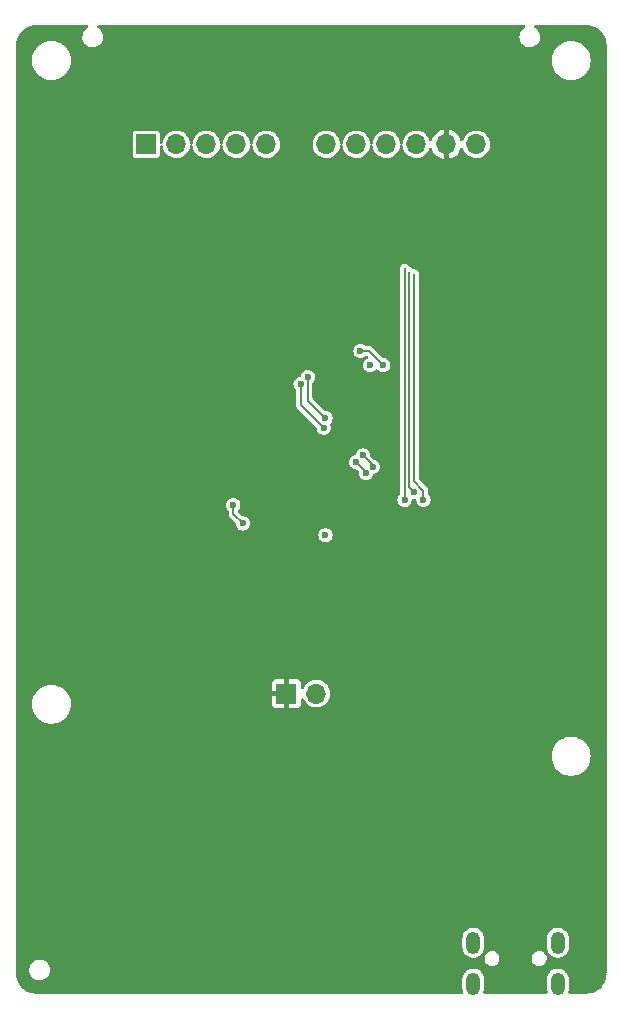
<source format=gbr>
%TF.GenerationSoftware,KiCad,Pcbnew,(6.0.5)*%
%TF.CreationDate,2023-05-01T10:01:18+02:00*%
%TF.ProjectId,arduboy_AS_flavor,61726475-626f-4795-9f41-535f666c6176,rev?*%
%TF.SameCoordinates,Original*%
%TF.FileFunction,Copper,L2,Bot*%
%TF.FilePolarity,Positive*%
%FSLAX46Y46*%
G04 Gerber Fmt 4.6, Leading zero omitted, Abs format (unit mm)*
G04 Created by KiCad (PCBNEW (6.0.5)) date 2023-05-01 10:01:18*
%MOMM*%
%LPD*%
G01*
G04 APERTURE LIST*
%TA.AperFunction,ComponentPad*%
%ADD10O,1.700000X1.700000*%
%TD*%
%TA.AperFunction,ComponentPad*%
%ADD11R,1.700000X1.700000*%
%TD*%
%TA.AperFunction,ComponentPad*%
%ADD12O,1.250000X1.900000*%
%TD*%
%TA.AperFunction,ViaPad*%
%ADD13C,0.600000*%
%TD*%
%TA.AperFunction,Conductor*%
%ADD14C,0.200000*%
%TD*%
G04 APERTURE END LIST*
D10*
%TO.P,J2,1,Pin_1*%
%TO.N,VCC*%
X60970000Y-32100000D03*
%TO.P,J2,2,Pin_2*%
%TO.N,GND*%
X58430000Y-32100000D03*
%TO.P,J2,3,Pin_3*%
%TO.N,RST*%
X55890000Y-32100000D03*
%TO.P,J2,4,Pin_4*%
%TO.N,SCLK*%
X53350000Y-32100000D03*
%TO.P,J2,5,Pin_5*%
%TO.N,MOSI*%
X50810000Y-32100000D03*
%TO.P,J2,6,Pin_6*%
%TO.N,MISO*%
X48270000Y-32100000D03*
%TO.P,J2,8,Pin_8*%
%TO.N,A5*%
X43190000Y-32100000D03*
%TO.P,J2,9,Pin_9*%
%TO.N,RX*%
X40650000Y-32100000D03*
%TO.P,J2,10,Pin_10*%
%TO.N,SCL*%
X38110000Y-32100000D03*
%TO.P,J2,11,Pin_11*%
%TO.N,SDA+FCS*%
X35570000Y-32100000D03*
D11*
%TO.P,J2,12,Pin_12*%
%TO.N,TX*%
X33030000Y-32100000D03*
%TD*%
D12*
%TO.P,J3,6,Shield*%
%TO.N,unconnected-(J3-Pad6)*%
X60725000Y-99700000D03*
X60725000Y-103150000D03*
X67875000Y-99700000D03*
X67875000Y-103150000D03*
%TD*%
D11*
%TO.P,JP2,1,1*%
%TO.N,GND*%
X44900000Y-78600000D03*
D10*
%TO.P,JP2,2,2*%
%TO.N,+BATT*%
X47440000Y-78600000D03*
%TD*%
D13*
%TO.N,GND*%
X57500000Y-52300000D03*
X52400000Y-68100000D03*
X45400000Y-61200000D03*
X47500000Y-52300000D03*
X53400000Y-68100000D03*
X60800000Y-50000000D03*
X42400000Y-60400000D03*
X45300000Y-54800000D03*
X51700000Y-65200000D03*
X59700000Y-59600000D03*
X42400000Y-62000000D03*
X49100000Y-68100000D03*
%TO.N,MOSI*%
X55700000Y-61500000D03*
%TO.N,SCK*%
X54900000Y-62200000D03*
%TO.N,OLED_RST*%
X51164963Y-49600000D03*
X53100000Y-50800000D03*
%TO.N,MISO*%
X56500000Y-62200000D03*
%TO.N,LED_G*%
X51358058Y-58441942D03*
X52200000Y-59383884D03*
X46700000Y-51800000D03*
X48200000Y-55300000D03*
%TO.N,RX_LED*%
X51634313Y-59949571D03*
X46100000Y-52414579D03*
X48048440Y-56085514D03*
X50800486Y-59015629D03*
%TO.N,Btn_RIGHT*%
X40400000Y-62642886D03*
X41200000Y-64200000D03*
%TO.N,Btn_A*%
X48200000Y-65200000D03*
%TO.N,Btn_B*%
X52000000Y-50800000D03*
%TD*%
D14*
%TO.N,MOSI*%
X55300010Y-61100010D02*
X55300010Y-42899990D01*
X55700000Y-61500000D02*
X55300010Y-61100010D01*
%TO.N,SCK*%
X54900000Y-62200000D02*
X54900000Y-42600000D01*
%TO.N,OLED_RST*%
X53100000Y-50800000D02*
X51900000Y-49600000D01*
X51900000Y-49600000D02*
X51164963Y-49600000D01*
%TO.N,MISO*%
X55700020Y-60612018D02*
X55700020Y-43100000D01*
X56500000Y-62200000D02*
X56500000Y-61411998D01*
X56500000Y-61411998D02*
X55700020Y-60612018D01*
%TO.N,LED_G*%
X46700000Y-53800000D02*
X46700000Y-51800000D01*
X48200000Y-55300000D02*
X46700000Y-53800000D01*
X52200000Y-59383884D02*
X52200000Y-59283884D01*
X52200000Y-59283884D02*
X51358058Y-58441942D01*
%TO.N,RX_LED*%
X51634313Y-59949571D02*
X51634313Y-59849456D01*
X46100000Y-54137074D02*
X46100000Y-52414579D01*
X48048440Y-56085514D02*
X46100000Y-54137074D01*
X51634313Y-59849456D02*
X50800486Y-59015629D01*
%TO.N,Btn_RIGHT*%
X40400000Y-63400000D02*
X41200000Y-64200000D01*
X40400000Y-62642886D02*
X40400000Y-63400000D01*
%TD*%
%TA.AperFunction,Conductor*%
%TO.N,GND*%
G36*
X28081520Y-22020185D02*
G01*
X28127275Y-22072989D01*
X28137219Y-22142147D01*
X28108194Y-22205703D01*
X28078345Y-22230789D01*
X28068205Y-22236882D01*
X27966944Y-22297725D01*
X27828576Y-22428573D01*
X27721533Y-22586082D01*
X27719041Y-22592312D01*
X27719039Y-22592316D01*
X27704387Y-22628950D01*
X27650810Y-22762902D01*
X27649714Y-22769522D01*
X27649713Y-22769526D01*
X27634895Y-22859038D01*
X27619707Y-22950784D01*
X27629674Y-23140962D01*
X27680246Y-23324564D01*
X27683378Y-23330504D01*
X27746102Y-23449470D01*
X27769064Y-23493022D01*
X27773395Y-23498147D01*
X27773397Y-23498150D01*
X27839219Y-23576039D01*
X27891985Y-23638479D01*
X28043272Y-23754147D01*
X28215869Y-23834630D01*
X28222420Y-23836094D01*
X28222422Y-23836095D01*
X28324706Y-23858958D01*
X28401721Y-23876173D01*
X28407569Y-23876500D01*
X28547573Y-23876500D01*
X28689325Y-23861101D01*
X28869817Y-23800358D01*
X28993085Y-23726292D01*
X29027298Y-23705735D01*
X29027300Y-23705734D01*
X29033056Y-23702275D01*
X29171424Y-23571427D01*
X29201354Y-23527387D01*
X29274693Y-23419472D01*
X29274695Y-23419469D01*
X29278467Y-23413918D01*
X29280959Y-23407688D01*
X29280961Y-23407684D01*
X29346696Y-23243333D01*
X29349190Y-23237098D01*
X29364034Y-23147435D01*
X29379196Y-23055844D01*
X29379196Y-23055842D01*
X29380293Y-23049216D01*
X29370326Y-22859038D01*
X29319754Y-22675436D01*
X29230936Y-22506978D01*
X29226605Y-22501853D01*
X29226603Y-22501850D01*
X29112348Y-22366648D01*
X29112346Y-22366646D01*
X29108015Y-22361521D01*
X28956728Y-22245853D01*
X28937490Y-22236882D01*
X28885051Y-22190709D01*
X28865899Y-22123515D01*
X28886115Y-22056634D01*
X28939281Y-22011300D01*
X28989895Y-22000500D01*
X65014481Y-22000500D01*
X65081520Y-22020185D01*
X65127275Y-22072989D01*
X65137219Y-22142147D01*
X65108194Y-22205703D01*
X65078345Y-22230789D01*
X65068205Y-22236882D01*
X64966944Y-22297725D01*
X64828576Y-22428573D01*
X64721533Y-22586082D01*
X64719041Y-22592312D01*
X64719039Y-22592316D01*
X64704387Y-22628950D01*
X64650810Y-22762902D01*
X64649714Y-22769522D01*
X64649713Y-22769526D01*
X64634895Y-22859038D01*
X64619707Y-22950784D01*
X64629674Y-23140962D01*
X64680246Y-23324564D01*
X64683378Y-23330504D01*
X64746102Y-23449470D01*
X64769064Y-23493022D01*
X64773395Y-23498147D01*
X64773397Y-23498150D01*
X64839219Y-23576039D01*
X64891985Y-23638479D01*
X65043272Y-23754147D01*
X65215869Y-23834630D01*
X65222420Y-23836094D01*
X65222422Y-23836095D01*
X65324706Y-23858958D01*
X65401721Y-23876173D01*
X65407569Y-23876500D01*
X65547573Y-23876500D01*
X65689325Y-23861101D01*
X65869817Y-23800358D01*
X65993085Y-23726292D01*
X66027298Y-23705735D01*
X66027300Y-23705734D01*
X66033056Y-23702275D01*
X66171424Y-23571427D01*
X66201354Y-23527387D01*
X66274693Y-23419472D01*
X66274695Y-23419469D01*
X66278467Y-23413918D01*
X66280959Y-23407688D01*
X66280961Y-23407684D01*
X66346696Y-23243333D01*
X66349190Y-23237098D01*
X66364034Y-23147435D01*
X66379196Y-23055844D01*
X66379196Y-23055842D01*
X66380293Y-23049216D01*
X66370326Y-22859038D01*
X66319754Y-22675436D01*
X66230936Y-22506978D01*
X66226605Y-22501853D01*
X66226603Y-22501850D01*
X66112348Y-22366648D01*
X66112346Y-22366646D01*
X66108015Y-22361521D01*
X65956728Y-22245853D01*
X65937490Y-22236882D01*
X65885051Y-22190709D01*
X65865899Y-22123515D01*
X65886115Y-22056634D01*
X65939281Y-22011300D01*
X65989895Y-22000500D01*
X70262861Y-22000500D01*
X70284391Y-22002384D01*
X70300000Y-22005136D01*
X70310685Y-22003252D01*
X70321531Y-22003252D01*
X70321531Y-22003574D01*
X70333988Y-22002931D01*
X70533021Y-22017166D01*
X70550527Y-22019683D01*
X70720387Y-22056634D01*
X70770139Y-22067457D01*
X70787113Y-22072441D01*
X70997689Y-22150981D01*
X71013783Y-22158331D01*
X71211044Y-22266044D01*
X71225907Y-22275596D01*
X71405843Y-22410295D01*
X71419207Y-22421875D01*
X71578125Y-22580793D01*
X71589705Y-22594157D01*
X71724404Y-22774093D01*
X71733956Y-22788956D01*
X71775885Y-22865743D01*
X71841669Y-22986217D01*
X71849019Y-23002311D01*
X71927559Y-23212887D01*
X71932543Y-23229861D01*
X71975087Y-23425427D01*
X71980317Y-23449470D01*
X71982834Y-23466979D01*
X71997069Y-23666011D01*
X71996426Y-23678469D01*
X71996748Y-23678469D01*
X71996748Y-23689315D01*
X71994864Y-23700000D01*
X71996748Y-23710683D01*
X71997616Y-23715606D01*
X71999500Y-23737139D01*
X71999500Y-102262861D01*
X71997616Y-102284391D01*
X71994864Y-102300000D01*
X71996748Y-102310685D01*
X71996748Y-102321531D01*
X71996426Y-102321531D01*
X71997069Y-102333988D01*
X71985329Y-102498150D01*
X71982835Y-102533017D01*
X71980317Y-102550527D01*
X71936910Y-102750066D01*
X71932543Y-102770139D01*
X71927559Y-102787113D01*
X71849019Y-102997689D01*
X71841669Y-103013783D01*
X71733956Y-103211044D01*
X71724404Y-103225907D01*
X71589705Y-103405843D01*
X71578125Y-103419207D01*
X71419207Y-103578125D01*
X71405843Y-103589705D01*
X71225907Y-103724404D01*
X71211044Y-103733956D01*
X71038263Y-103828302D01*
X71013783Y-103841669D01*
X70997689Y-103849019D01*
X70787113Y-103927559D01*
X70770139Y-103932543D01*
X70550527Y-103980317D01*
X70533021Y-103982834D01*
X70333988Y-103997069D01*
X70321531Y-103996426D01*
X70321531Y-103996748D01*
X70310685Y-103996748D01*
X70300000Y-103994864D01*
X70284391Y-103997616D01*
X70262861Y-103999500D01*
X68848380Y-103999500D01*
X68781341Y-103979815D01*
X68735586Y-103927011D01*
X68725642Y-103857853D01*
X68730449Y-103837182D01*
X68783254Y-103674663D01*
X68783255Y-103674660D01*
X68785262Y-103668482D01*
X68800500Y-103523504D01*
X68800500Y-102776496D01*
X68785262Y-102631518D01*
X68767809Y-102577801D01*
X68753257Y-102533017D01*
X68725144Y-102446492D01*
X68706338Y-102413918D01*
X68676507Y-102362250D01*
X68627870Y-102278008D01*
X68596649Y-102243333D01*
X68502041Y-102138261D01*
X68497692Y-102133431D01*
X68340299Y-102019078D01*
X68186907Y-101950784D01*
X68168510Y-101942593D01*
X68168508Y-101942592D01*
X68162571Y-101939949D01*
X68132727Y-101933606D01*
X67978637Y-101900852D01*
X67978632Y-101900852D01*
X67972274Y-101899500D01*
X67777726Y-101899500D01*
X67771368Y-101900852D01*
X67771363Y-101900852D01*
X67617273Y-101933606D01*
X67587429Y-101939949D01*
X67581492Y-101942592D01*
X67581490Y-101942593D01*
X67563093Y-101950784D01*
X67409701Y-102019078D01*
X67252308Y-102133431D01*
X67247959Y-102138261D01*
X67153352Y-102243333D01*
X67122130Y-102278008D01*
X67073493Y-102362250D01*
X67043663Y-102413918D01*
X67024856Y-102446492D01*
X66996743Y-102533017D01*
X66982192Y-102577801D01*
X66964738Y-102631518D01*
X66949500Y-102776496D01*
X66949500Y-103523504D01*
X66964738Y-103668482D01*
X66966745Y-103674660D01*
X66966746Y-103674663D01*
X67019551Y-103837182D01*
X67021546Y-103907024D01*
X66985465Y-103966856D01*
X66922764Y-103997684D01*
X66901620Y-103999500D01*
X61698380Y-103999500D01*
X61631341Y-103979815D01*
X61585586Y-103927011D01*
X61575642Y-103857853D01*
X61580449Y-103837182D01*
X61633254Y-103674663D01*
X61633255Y-103674660D01*
X61635262Y-103668482D01*
X61650500Y-103523504D01*
X61650500Y-102776496D01*
X61635262Y-102631518D01*
X61617809Y-102577801D01*
X61603257Y-102533017D01*
X61575144Y-102446492D01*
X61556338Y-102413918D01*
X61526507Y-102362250D01*
X61477870Y-102278008D01*
X61446649Y-102243333D01*
X61352041Y-102138261D01*
X61347692Y-102133431D01*
X61190299Y-102019078D01*
X61036907Y-101950784D01*
X61018510Y-101942593D01*
X61018508Y-101942592D01*
X61012571Y-101939949D01*
X60982727Y-101933606D01*
X60828637Y-101900852D01*
X60828632Y-101900852D01*
X60822274Y-101899500D01*
X60627726Y-101899500D01*
X60621368Y-101900852D01*
X60621363Y-101900852D01*
X60467273Y-101933606D01*
X60437429Y-101939949D01*
X60431492Y-101942592D01*
X60431490Y-101942593D01*
X60413093Y-101950784D01*
X60259701Y-102019078D01*
X60102308Y-102133431D01*
X60097959Y-102138261D01*
X60003352Y-102243333D01*
X59972130Y-102278008D01*
X59923493Y-102362250D01*
X59893663Y-102413918D01*
X59874856Y-102446492D01*
X59846743Y-102533017D01*
X59832192Y-102577801D01*
X59814738Y-102631518D01*
X59799500Y-102776496D01*
X59799500Y-103523504D01*
X59814738Y-103668482D01*
X59816745Y-103674660D01*
X59816746Y-103674663D01*
X59869551Y-103837182D01*
X59871546Y-103907024D01*
X59835465Y-103966856D01*
X59772764Y-103997684D01*
X59751620Y-103999500D01*
X23737139Y-103999500D01*
X23715609Y-103997616D01*
X23700000Y-103994864D01*
X23689315Y-103996748D01*
X23678469Y-103996748D01*
X23678469Y-103996426D01*
X23666012Y-103997069D01*
X23466979Y-103982834D01*
X23449473Y-103980317D01*
X23229861Y-103932543D01*
X23212887Y-103927559D01*
X23002311Y-103849019D01*
X22986217Y-103841669D01*
X22961737Y-103828302D01*
X22788956Y-103733956D01*
X22774093Y-103724404D01*
X22594157Y-103589705D01*
X22580793Y-103578125D01*
X22421875Y-103419207D01*
X22410295Y-103405843D01*
X22275596Y-103225907D01*
X22266044Y-103211044D01*
X22158331Y-103013783D01*
X22150981Y-102997689D01*
X22072441Y-102787113D01*
X22067457Y-102770139D01*
X22063090Y-102750066D01*
X22019683Y-102550527D01*
X22017165Y-102533017D01*
X22014672Y-102498150D01*
X22002931Y-102333988D01*
X22003574Y-102321531D01*
X22003252Y-102321531D01*
X22003252Y-102310685D01*
X22005136Y-102300000D01*
X22002384Y-102284391D01*
X22000500Y-102262861D01*
X22000500Y-101950784D01*
X23119707Y-101950784D01*
X23129674Y-102140962D01*
X23180246Y-102324564D01*
X23269064Y-102493022D01*
X23273395Y-102498147D01*
X23273397Y-102498150D01*
X23339219Y-102576039D01*
X23391985Y-102638479D01*
X23543272Y-102754147D01*
X23715869Y-102834630D01*
X23722420Y-102836094D01*
X23722422Y-102836095D01*
X23791573Y-102851552D01*
X23901721Y-102876173D01*
X23907569Y-102876500D01*
X24047573Y-102876500D01*
X24189325Y-102861101D01*
X24369817Y-102800358D01*
X24533056Y-102702275D01*
X24671424Y-102571427D01*
X24691515Y-102541864D01*
X24774693Y-102419472D01*
X24774695Y-102419469D01*
X24778467Y-102413918D01*
X24780959Y-102407688D01*
X24780961Y-102407684D01*
X24834758Y-102273180D01*
X24849190Y-102237098D01*
X24864034Y-102147435D01*
X24879196Y-102055844D01*
X24879196Y-102055842D01*
X24880293Y-102049216D01*
X24870326Y-101859038D01*
X24819754Y-101675436D01*
X24730936Y-101506978D01*
X24726605Y-101501853D01*
X24726603Y-101501850D01*
X24612348Y-101366648D01*
X24612346Y-101366646D01*
X24608015Y-101361521D01*
X24456728Y-101245853D01*
X24284131Y-101165370D01*
X24277580Y-101163906D01*
X24277578Y-101163905D01*
X24103240Y-101124936D01*
X24103241Y-101124936D01*
X24098279Y-101123827D01*
X24092431Y-101123500D01*
X23952427Y-101123500D01*
X23810675Y-101138899D01*
X23630183Y-101199642D01*
X23624425Y-101203102D01*
X23474074Y-101293441D01*
X23466944Y-101297725D01*
X23328576Y-101428573D01*
X23324803Y-101434125D01*
X23324802Y-101434126D01*
X23227375Y-101577486D01*
X23221533Y-101586082D01*
X23219041Y-101592312D01*
X23219039Y-101592316D01*
X23188170Y-101669496D01*
X23150810Y-101762902D01*
X23149714Y-101769522D01*
X23149713Y-101769526D01*
X23121063Y-101942593D01*
X23119707Y-101950784D01*
X22000500Y-101950784D01*
X22000500Y-100985412D01*
X61670773Y-100985412D01*
X61671263Y-100993195D01*
X61679461Y-101123500D01*
X61680696Y-101143138D01*
X61683105Y-101150552D01*
X61683106Y-101150557D01*
X61703124Y-101212164D01*
X61729533Y-101293441D01*
X61814214Y-101426877D01*
X61869273Y-101478581D01*
X61923731Y-101529722D01*
X61923733Y-101529724D01*
X61929418Y-101535062D01*
X61936253Y-101538820D01*
X61936255Y-101538821D01*
X61998249Y-101572902D01*
X62067908Y-101611197D01*
X62144444Y-101630848D01*
X62213424Y-101648560D01*
X62213427Y-101648560D01*
X62220981Y-101650500D01*
X62339350Y-101650500D01*
X62343210Y-101650012D01*
X62343216Y-101650012D01*
X62449054Y-101636642D01*
X62449058Y-101636641D01*
X62456792Y-101635664D01*
X62464042Y-101632794D01*
X62464044Y-101632793D01*
X62596483Y-101580356D01*
X62596482Y-101580356D01*
X62603732Y-101577486D01*
X62731587Y-101484594D01*
X62784784Y-101420290D01*
X62827351Y-101368835D01*
X62827353Y-101368832D01*
X62832324Y-101362823D01*
X62864586Y-101294265D01*
X62896292Y-101226886D01*
X62896292Y-101226884D01*
X62899614Y-101219826D01*
X62902805Y-101203102D01*
X62927766Y-101072246D01*
X62929227Y-101064588D01*
X62924246Y-100985412D01*
X65670773Y-100985412D01*
X65671263Y-100993195D01*
X65679461Y-101123500D01*
X65680696Y-101143138D01*
X65683105Y-101150552D01*
X65683106Y-101150557D01*
X65703124Y-101212164D01*
X65729533Y-101293441D01*
X65814214Y-101426877D01*
X65869273Y-101478581D01*
X65923731Y-101529722D01*
X65923733Y-101529724D01*
X65929418Y-101535062D01*
X65936253Y-101538820D01*
X65936255Y-101538821D01*
X65998249Y-101572902D01*
X66067908Y-101611197D01*
X66144444Y-101630848D01*
X66213424Y-101648560D01*
X66213427Y-101648560D01*
X66220981Y-101650500D01*
X66339350Y-101650500D01*
X66343210Y-101650012D01*
X66343216Y-101650012D01*
X66449054Y-101636642D01*
X66449058Y-101636641D01*
X66456792Y-101635664D01*
X66464042Y-101632794D01*
X66464044Y-101632793D01*
X66596483Y-101580356D01*
X66596482Y-101580356D01*
X66603732Y-101577486D01*
X66731587Y-101484594D01*
X66784784Y-101420290D01*
X66827351Y-101368835D01*
X66827353Y-101368832D01*
X66832324Y-101362823D01*
X66864586Y-101294265D01*
X66896292Y-101226886D01*
X66896292Y-101226884D01*
X66899614Y-101219826D01*
X66902805Y-101203102D01*
X66927766Y-101072246D01*
X66929227Y-101064588D01*
X66919304Y-100906862D01*
X66916895Y-100899448D01*
X66916894Y-100899443D01*
X66872877Y-100763977D01*
X66870467Y-100756559D01*
X66785786Y-100623123D01*
X66719440Y-100560819D01*
X66676269Y-100520278D01*
X66676267Y-100520276D01*
X66670582Y-100514938D01*
X66663747Y-100511180D01*
X66663745Y-100511179D01*
X66601337Y-100476871D01*
X66532092Y-100438803D01*
X66432992Y-100413358D01*
X66386576Y-100401440D01*
X66386573Y-100401440D01*
X66379019Y-100399500D01*
X66260650Y-100399500D01*
X66256790Y-100399988D01*
X66256784Y-100399988D01*
X66150946Y-100413358D01*
X66150942Y-100413359D01*
X66143208Y-100414336D01*
X66135958Y-100417206D01*
X66135956Y-100417207D01*
X66037474Y-100456199D01*
X65996268Y-100472514D01*
X65868413Y-100565406D01*
X65863439Y-100571419D01*
X65772649Y-100681165D01*
X65772647Y-100681168D01*
X65767676Y-100687177D01*
X65700386Y-100830174D01*
X65670773Y-100985412D01*
X62924246Y-100985412D01*
X62919304Y-100906862D01*
X62916895Y-100899448D01*
X62916894Y-100899443D01*
X62872877Y-100763977D01*
X62870467Y-100756559D01*
X62785786Y-100623123D01*
X62719440Y-100560819D01*
X62676269Y-100520278D01*
X62676267Y-100520276D01*
X62670582Y-100514938D01*
X62663747Y-100511180D01*
X62663745Y-100511179D01*
X62601337Y-100476871D01*
X62532092Y-100438803D01*
X62432992Y-100413358D01*
X62386576Y-100401440D01*
X62386573Y-100401440D01*
X62379019Y-100399500D01*
X62260650Y-100399500D01*
X62256790Y-100399988D01*
X62256784Y-100399988D01*
X62150946Y-100413358D01*
X62150942Y-100413359D01*
X62143208Y-100414336D01*
X62135958Y-100417206D01*
X62135956Y-100417207D01*
X62037474Y-100456199D01*
X61996268Y-100472514D01*
X61868413Y-100565406D01*
X61863439Y-100571419D01*
X61772649Y-100681165D01*
X61772647Y-100681168D01*
X61767676Y-100687177D01*
X61700386Y-100830174D01*
X61670773Y-100985412D01*
X22000500Y-100985412D01*
X22000500Y-100073504D01*
X59799500Y-100073504D01*
X59814738Y-100218482D01*
X59874856Y-100403508D01*
X59878103Y-100409133D01*
X59878104Y-100409134D01*
X59917343Y-100477098D01*
X59972130Y-100571992D01*
X60102308Y-100716569D01*
X60107566Y-100720389D01*
X60107567Y-100720390D01*
X60157349Y-100756559D01*
X60259701Y-100830922D01*
X60265636Y-100833564D01*
X60265637Y-100833565D01*
X60413603Y-100899443D01*
X60437429Y-100910051D01*
X60443791Y-100911403D01*
X60443790Y-100911403D01*
X60621363Y-100949148D01*
X60621368Y-100949148D01*
X60627726Y-100950500D01*
X60822274Y-100950500D01*
X60828632Y-100949148D01*
X60828637Y-100949148D01*
X61006210Y-100911403D01*
X61006209Y-100911403D01*
X61012571Y-100910051D01*
X61036398Y-100899443D01*
X61184363Y-100833565D01*
X61184364Y-100833564D01*
X61190299Y-100830922D01*
X61292651Y-100756559D01*
X61342433Y-100720390D01*
X61342434Y-100720389D01*
X61347692Y-100716569D01*
X61477870Y-100571992D01*
X61532657Y-100477098D01*
X61571896Y-100409134D01*
X61571897Y-100409133D01*
X61575144Y-100403508D01*
X61635262Y-100218482D01*
X61650500Y-100073504D01*
X66949500Y-100073504D01*
X66964738Y-100218482D01*
X67024856Y-100403508D01*
X67028103Y-100409133D01*
X67028104Y-100409134D01*
X67067343Y-100477098D01*
X67122130Y-100571992D01*
X67252308Y-100716569D01*
X67257566Y-100720389D01*
X67257567Y-100720390D01*
X67307349Y-100756559D01*
X67409701Y-100830922D01*
X67415636Y-100833564D01*
X67415637Y-100833565D01*
X67563603Y-100899443D01*
X67587429Y-100910051D01*
X67593791Y-100911403D01*
X67593790Y-100911403D01*
X67771363Y-100949148D01*
X67771368Y-100949148D01*
X67777726Y-100950500D01*
X67972274Y-100950500D01*
X67978632Y-100949148D01*
X67978637Y-100949148D01*
X68156210Y-100911403D01*
X68156209Y-100911403D01*
X68162571Y-100910051D01*
X68186398Y-100899443D01*
X68334363Y-100833565D01*
X68334364Y-100833564D01*
X68340299Y-100830922D01*
X68442651Y-100756559D01*
X68492433Y-100720390D01*
X68492434Y-100720389D01*
X68497692Y-100716569D01*
X68627870Y-100571992D01*
X68682657Y-100477098D01*
X68721896Y-100409134D01*
X68721897Y-100409133D01*
X68725144Y-100403508D01*
X68785262Y-100218482D01*
X68800500Y-100073504D01*
X68800500Y-99326496D01*
X68785262Y-99181518D01*
X68725144Y-98996492D01*
X68627870Y-98828008D01*
X68497692Y-98683431D01*
X68340299Y-98569078D01*
X68162571Y-98489949D01*
X68132727Y-98483606D01*
X67978637Y-98450852D01*
X67978632Y-98450852D01*
X67972274Y-98449500D01*
X67777726Y-98449500D01*
X67771368Y-98450852D01*
X67771363Y-98450852D01*
X67617273Y-98483606D01*
X67587429Y-98489949D01*
X67409701Y-98569078D01*
X67252308Y-98683431D01*
X67122130Y-98828008D01*
X67024856Y-98996492D01*
X66964738Y-99181518D01*
X66949500Y-99326496D01*
X66949500Y-100073504D01*
X61650500Y-100073504D01*
X61650500Y-99326496D01*
X61635262Y-99181518D01*
X61575144Y-98996492D01*
X61477870Y-98828008D01*
X61347692Y-98683431D01*
X61190299Y-98569078D01*
X61012571Y-98489949D01*
X60982727Y-98483606D01*
X60828637Y-98450852D01*
X60828632Y-98450852D01*
X60822274Y-98449500D01*
X60627726Y-98449500D01*
X60621368Y-98450852D01*
X60621363Y-98450852D01*
X60467273Y-98483606D01*
X60437429Y-98489949D01*
X60259701Y-98569078D01*
X60102308Y-98683431D01*
X59972130Y-98828008D01*
X59874856Y-98996492D01*
X59814738Y-99181518D01*
X59799500Y-99326496D01*
X59799500Y-100073504D01*
X22000500Y-100073504D01*
X22000500Y-83900000D01*
X67344396Y-83900000D01*
X67364779Y-84158994D01*
X67425427Y-84411610D01*
X67524846Y-84651628D01*
X67660588Y-84873140D01*
X67829311Y-85070689D01*
X68026860Y-85239412D01*
X68248372Y-85375154D01*
X68488390Y-85474573D01*
X68493126Y-85475710D01*
X68736273Y-85534085D01*
X68736277Y-85534086D01*
X68741006Y-85535221D01*
X68745856Y-85535603D01*
X68745858Y-85535603D01*
X68799071Y-85539791D01*
X68935147Y-85550500D01*
X69064853Y-85550500D01*
X69200929Y-85539791D01*
X69254142Y-85535603D01*
X69254144Y-85535603D01*
X69258994Y-85535221D01*
X69263723Y-85534086D01*
X69263727Y-85534085D01*
X69506874Y-85475710D01*
X69511610Y-85474573D01*
X69751628Y-85375154D01*
X69973140Y-85239412D01*
X70170689Y-85070689D01*
X70339412Y-84873140D01*
X70475154Y-84651628D01*
X70574573Y-84411610D01*
X70635221Y-84158994D01*
X70655604Y-83900000D01*
X70635221Y-83641006D01*
X70574573Y-83388390D01*
X70475154Y-83148372D01*
X70339412Y-82926860D01*
X70170689Y-82729311D01*
X69973140Y-82560588D01*
X69751628Y-82424846D01*
X69511610Y-82325427D01*
X69493043Y-82320970D01*
X69263727Y-82265915D01*
X69263723Y-82265914D01*
X69258994Y-82264779D01*
X69254144Y-82264397D01*
X69254142Y-82264397D01*
X69200929Y-82260209D01*
X69064853Y-82249500D01*
X68935147Y-82249500D01*
X68799071Y-82260209D01*
X68745858Y-82264397D01*
X68745856Y-82264397D01*
X68741006Y-82264779D01*
X68736277Y-82265914D01*
X68736273Y-82265915D01*
X68506957Y-82320970D01*
X68488390Y-82325427D01*
X68248372Y-82424846D01*
X68026860Y-82560588D01*
X67829311Y-82729311D01*
X67660588Y-82926860D01*
X67524846Y-83148372D01*
X67425427Y-83388390D01*
X67364779Y-83641006D01*
X67344396Y-83900000D01*
X22000500Y-83900000D01*
X22000500Y-79500000D01*
X23344396Y-79500000D01*
X23344778Y-79504854D01*
X23360147Y-79700133D01*
X23364779Y-79758994D01*
X23365915Y-79763725D01*
X23365915Y-79763726D01*
X23386627Y-79849999D01*
X23425427Y-80011610D01*
X23524846Y-80251628D01*
X23660588Y-80473140D01*
X23829311Y-80670689D01*
X24026860Y-80839412D01*
X24248372Y-80975154D01*
X24488390Y-81074573D01*
X24493126Y-81075710D01*
X24736273Y-81134085D01*
X24736277Y-81134086D01*
X24741006Y-81135221D01*
X24745856Y-81135603D01*
X24745858Y-81135603D01*
X24799071Y-81139791D01*
X24935147Y-81150500D01*
X25064853Y-81150500D01*
X25200929Y-81139791D01*
X25254142Y-81135603D01*
X25254144Y-81135603D01*
X25258994Y-81135221D01*
X25263723Y-81134086D01*
X25263727Y-81134085D01*
X25506874Y-81075710D01*
X25511610Y-81074573D01*
X25751628Y-80975154D01*
X25973140Y-80839412D01*
X26170689Y-80670689D01*
X26339412Y-80473140D01*
X26475154Y-80251628D01*
X26574573Y-80011610D01*
X26613373Y-79849999D01*
X26634085Y-79763726D01*
X26634085Y-79763725D01*
X26635221Y-79758994D01*
X26639854Y-79700133D01*
X26655222Y-79504854D01*
X26655604Y-79500000D01*
X26653763Y-79476609D01*
X43650001Y-79476609D01*
X43650763Y-79486289D01*
X43663309Y-79565513D01*
X43669264Y-79583840D01*
X43717929Y-79679350D01*
X43729261Y-79694947D01*
X43805053Y-79770739D01*
X43820650Y-79782071D01*
X43916155Y-79830734D01*
X43934495Y-79836692D01*
X44013697Y-79849236D01*
X44023399Y-79850000D01*
X44682170Y-79850000D01*
X44697169Y-79845596D01*
X44698356Y-79844226D01*
X44700000Y-79836668D01*
X44700000Y-79832169D01*
X45100000Y-79832169D01*
X45104404Y-79847168D01*
X45105774Y-79848355D01*
X45113332Y-79849999D01*
X45776609Y-79849999D01*
X45786289Y-79849237D01*
X45865513Y-79836691D01*
X45883840Y-79830736D01*
X45979350Y-79782071D01*
X45994947Y-79770739D01*
X46070739Y-79694947D01*
X46082071Y-79679350D01*
X46130734Y-79583845D01*
X46136692Y-79565505D01*
X46149236Y-79486303D01*
X46150000Y-79476601D01*
X46150000Y-79115184D01*
X46169685Y-79048145D01*
X46222489Y-79002390D01*
X46291647Y-78992446D01*
X46355203Y-79021471D01*
X46386610Y-79063271D01*
X46389692Y-79069955D01*
X46439369Y-79177714D01*
X46561405Y-79350391D01*
X46712865Y-79497937D01*
X46717588Y-79501093D01*
X46717592Y-79501096D01*
X46788663Y-79548584D01*
X46888677Y-79615411D01*
X47082953Y-79698878D01*
X47146283Y-79713208D01*
X47283638Y-79744289D01*
X47283642Y-79744290D01*
X47289186Y-79745544D01*
X47415651Y-79750513D01*
X47494789Y-79753623D01*
X47494791Y-79753623D01*
X47500470Y-79753846D01*
X47506090Y-79753031D01*
X47506092Y-79753031D01*
X47704103Y-79724320D01*
X47704104Y-79724320D01*
X47709730Y-79723504D01*
X47788890Y-79696633D01*
X47904565Y-79657367D01*
X47904568Y-79657366D01*
X47909955Y-79655537D01*
X47914916Y-79652759D01*
X47914922Y-79652756D01*
X48037979Y-79583840D01*
X48094442Y-79552219D01*
X48163066Y-79495146D01*
X48252645Y-79420644D01*
X48257012Y-79417012D01*
X48260644Y-79412645D01*
X48388584Y-79258813D01*
X48388585Y-79258811D01*
X48392219Y-79254442D01*
X48438080Y-79172552D01*
X48492756Y-79074922D01*
X48492759Y-79074916D01*
X48495537Y-79069955D01*
X48502941Y-79048145D01*
X48561675Y-78875118D01*
X48563504Y-78869730D01*
X48593846Y-78660470D01*
X48595429Y-78600000D01*
X48576081Y-78389440D01*
X48518686Y-78185931D01*
X48425165Y-77996290D01*
X48298651Y-77826867D01*
X48294481Y-77823012D01*
X48294478Y-77823009D01*
X48230319Y-77763702D01*
X48143381Y-77683337D01*
X48065959Y-77634487D01*
X47969363Y-77573539D01*
X47969361Y-77573538D01*
X47964554Y-77570505D01*
X47768160Y-77492152D01*
X47762579Y-77491042D01*
X47762576Y-77491041D01*
X47664468Y-77471527D01*
X47560775Y-77450901D01*
X47555088Y-77450827D01*
X47555083Y-77450826D01*
X47355034Y-77448207D01*
X47355029Y-77448207D01*
X47349346Y-77448133D01*
X47343742Y-77449096D01*
X47343741Y-77449096D01*
X47146550Y-77482979D01*
X47146547Y-77482980D01*
X47140953Y-77483941D01*
X46942575Y-77557127D01*
X46937697Y-77560029D01*
X46937695Y-77560030D01*
X46765740Y-77662332D01*
X46765737Y-77662334D01*
X46760856Y-77665238D01*
X46601881Y-77804655D01*
X46598362Y-77809119D01*
X46598359Y-77809122D01*
X46580782Y-77831419D01*
X46470976Y-77970708D01*
X46468325Y-77975747D01*
X46383737Y-78136521D01*
X46335102Y-78186685D01*
X46267067Y-78202591D01*
X46201233Y-78179190D01*
X46158501Y-78123910D01*
X46149999Y-78078785D01*
X46149999Y-77723391D01*
X46149237Y-77713711D01*
X46136691Y-77634487D01*
X46130736Y-77616160D01*
X46082071Y-77520650D01*
X46070739Y-77505053D01*
X45994947Y-77429261D01*
X45979350Y-77417929D01*
X45883845Y-77369266D01*
X45865505Y-77363308D01*
X45786303Y-77350764D01*
X45776601Y-77350000D01*
X45117830Y-77350000D01*
X45102831Y-77354404D01*
X45101644Y-77355774D01*
X45100000Y-77363332D01*
X45100000Y-79832169D01*
X44700000Y-79832169D01*
X44700000Y-78817830D01*
X44695596Y-78802831D01*
X44694226Y-78801644D01*
X44686668Y-78800000D01*
X43667831Y-78800000D01*
X43652832Y-78804404D01*
X43651645Y-78805774D01*
X43650001Y-78813332D01*
X43650001Y-79476609D01*
X26653763Y-79476609D01*
X26635603Y-79245858D01*
X26635603Y-79245856D01*
X26635221Y-79241006D01*
X26621140Y-79182352D01*
X26575710Y-78993126D01*
X26574573Y-78988390D01*
X26475154Y-78748372D01*
X26339412Y-78526860D01*
X26215835Y-78382170D01*
X43650000Y-78382170D01*
X43654404Y-78397169D01*
X43655774Y-78398356D01*
X43663332Y-78400000D01*
X44682170Y-78400000D01*
X44697169Y-78395596D01*
X44698356Y-78394226D01*
X44700000Y-78386668D01*
X44700000Y-77367831D01*
X44695596Y-77352832D01*
X44694226Y-77351645D01*
X44686668Y-77350001D01*
X44023391Y-77350001D01*
X44013711Y-77350763D01*
X43934487Y-77363309D01*
X43916160Y-77369264D01*
X43820650Y-77417929D01*
X43805053Y-77429261D01*
X43729261Y-77505053D01*
X43717929Y-77520650D01*
X43669266Y-77616155D01*
X43663308Y-77634495D01*
X43650764Y-77713697D01*
X43650000Y-77723399D01*
X43650000Y-78382170D01*
X26215835Y-78382170D01*
X26170689Y-78329311D01*
X25973140Y-78160588D01*
X25751628Y-78024846D01*
X25511610Y-77925427D01*
X25493043Y-77920970D01*
X25263727Y-77865915D01*
X25263723Y-77865914D01*
X25258994Y-77864779D01*
X25254144Y-77864397D01*
X25254142Y-77864397D01*
X25200929Y-77860209D01*
X25064853Y-77849500D01*
X24935147Y-77849500D01*
X24799071Y-77860209D01*
X24745858Y-77864397D01*
X24745856Y-77864397D01*
X24741006Y-77864779D01*
X24736277Y-77865914D01*
X24736273Y-77865915D01*
X24506957Y-77920970D01*
X24488390Y-77925427D01*
X24248372Y-78024846D01*
X24026860Y-78160588D01*
X23829311Y-78329311D01*
X23660588Y-78526860D01*
X23524846Y-78748372D01*
X23425427Y-78988390D01*
X23424290Y-78993126D01*
X23378861Y-79182352D01*
X23364779Y-79241006D01*
X23364397Y-79245856D01*
X23364397Y-79245858D01*
X23346237Y-79476609D01*
X23344396Y-79500000D01*
X22000500Y-79500000D01*
X22000500Y-65200000D01*
X47594318Y-65200000D01*
X47614956Y-65356762D01*
X47675464Y-65502841D01*
X47771718Y-65628282D01*
X47897159Y-65724536D01*
X47904667Y-65727646D01*
X48035729Y-65781934D01*
X48035731Y-65781935D01*
X48043238Y-65785044D01*
X48200000Y-65805682D01*
X48208059Y-65804621D01*
X48348703Y-65786105D01*
X48356762Y-65785044D01*
X48364269Y-65781935D01*
X48364271Y-65781934D01*
X48495333Y-65727646D01*
X48502841Y-65724536D01*
X48628282Y-65628282D01*
X48724536Y-65502841D01*
X48785044Y-65356762D01*
X48805682Y-65200000D01*
X48785044Y-65043238D01*
X48724536Y-64897159D01*
X48628282Y-64771718D01*
X48502841Y-64675464D01*
X48388934Y-64628282D01*
X48364271Y-64618066D01*
X48364269Y-64618065D01*
X48356762Y-64614956D01*
X48200000Y-64594318D01*
X48043238Y-64614956D01*
X48035731Y-64618065D01*
X48035729Y-64618066D01*
X48011066Y-64628282D01*
X47897159Y-64675464D01*
X47771718Y-64771718D01*
X47675464Y-64897159D01*
X47614956Y-65043238D01*
X47594318Y-65200000D01*
X22000500Y-65200000D01*
X22000500Y-62642886D01*
X39794318Y-62642886D01*
X39814956Y-62799648D01*
X39875464Y-62945727D01*
X39880411Y-62952174D01*
X39971718Y-63071168D01*
X39969564Y-63072821D01*
X39996666Y-63122454D01*
X39999500Y-63148812D01*
X39999500Y-63463433D01*
X40002515Y-63472711D01*
X40006345Y-63484499D01*
X40010889Y-63503424D01*
X40014354Y-63525304D01*
X40018783Y-63533997D01*
X40018785Y-63534002D01*
X40024413Y-63545048D01*
X40031857Y-63563019D01*
X40034663Y-63571653D01*
X40038704Y-63584090D01*
X40051728Y-63602016D01*
X40061892Y-63618602D01*
X40071950Y-63638342D01*
X40094513Y-63660905D01*
X40094516Y-63660909D01*
X40559060Y-64125453D01*
X40592545Y-64186776D01*
X40593972Y-64200046D01*
X40594318Y-64200000D01*
X40614956Y-64356762D01*
X40675464Y-64502841D01*
X40771718Y-64628282D01*
X40897159Y-64724536D01*
X40904667Y-64727646D01*
X41035729Y-64781934D01*
X41035731Y-64781935D01*
X41043238Y-64785044D01*
X41200000Y-64805682D01*
X41208059Y-64804621D01*
X41348703Y-64786105D01*
X41356762Y-64785044D01*
X41364269Y-64781935D01*
X41364271Y-64781934D01*
X41495333Y-64727646D01*
X41502841Y-64724536D01*
X41628282Y-64628282D01*
X41724536Y-64502841D01*
X41785044Y-64356762D01*
X41805682Y-64200000D01*
X41785044Y-64043238D01*
X41724536Y-63897159D01*
X41628282Y-63771718D01*
X41502841Y-63675464D01*
X41467693Y-63660905D01*
X41364271Y-63618066D01*
X41364269Y-63618065D01*
X41356762Y-63614956D01*
X41200000Y-63594318D01*
X41200354Y-63591626D01*
X41146095Y-63575694D01*
X41125453Y-63559060D01*
X40836819Y-63270426D01*
X40803334Y-63209103D01*
X40800500Y-63182745D01*
X40800500Y-63148812D01*
X40820185Y-63081773D01*
X40828559Y-63071381D01*
X40828282Y-63071168D01*
X40919589Y-62952174D01*
X40924536Y-62945727D01*
X40985044Y-62799648D01*
X41005682Y-62642886D01*
X40985044Y-62486124D01*
X40931461Y-62356762D01*
X40927646Y-62347553D01*
X40924536Y-62340045D01*
X40828282Y-62214604D01*
X40809250Y-62200000D01*
X54294318Y-62200000D01*
X54314956Y-62356762D01*
X54318065Y-62364269D01*
X54318066Y-62364271D01*
X54371878Y-62494183D01*
X54375464Y-62502841D01*
X54471718Y-62628282D01*
X54597159Y-62724536D01*
X54604667Y-62727646D01*
X54735729Y-62781934D01*
X54735731Y-62781935D01*
X54743238Y-62785044D01*
X54900000Y-62805682D01*
X54908059Y-62804621D01*
X55048703Y-62786105D01*
X55056762Y-62785044D01*
X55064269Y-62781935D01*
X55064271Y-62781934D01*
X55195333Y-62727646D01*
X55202841Y-62724536D01*
X55328282Y-62628282D01*
X55424536Y-62502841D01*
X55428122Y-62494183D01*
X55481934Y-62364271D01*
X55481935Y-62364269D01*
X55485044Y-62356762D01*
X55505013Y-62205082D01*
X55533279Y-62141185D01*
X55591604Y-62102714D01*
X55644136Y-62098328D01*
X55691939Y-62104621D01*
X55691941Y-62104621D01*
X55700000Y-62105682D01*
X55708059Y-62104621D01*
X55708061Y-62104621D01*
X55755864Y-62098328D01*
X55824899Y-62109094D01*
X55877154Y-62155475D01*
X55894987Y-62205082D01*
X55914956Y-62356762D01*
X55918065Y-62364269D01*
X55918066Y-62364271D01*
X55971878Y-62494183D01*
X55975464Y-62502841D01*
X56071718Y-62628282D01*
X56197159Y-62724536D01*
X56204667Y-62727646D01*
X56335729Y-62781934D01*
X56335731Y-62781935D01*
X56343238Y-62785044D01*
X56500000Y-62805682D01*
X56508059Y-62804621D01*
X56648703Y-62786105D01*
X56656762Y-62785044D01*
X56664269Y-62781935D01*
X56664271Y-62781934D01*
X56795333Y-62727646D01*
X56802841Y-62724536D01*
X56928282Y-62628282D01*
X57024536Y-62502841D01*
X57028122Y-62494183D01*
X57081934Y-62364271D01*
X57081935Y-62364269D01*
X57085044Y-62356762D01*
X57105682Y-62200000D01*
X57085044Y-62043238D01*
X57024536Y-61897159D01*
X56928282Y-61771718D01*
X56930436Y-61770065D01*
X56903334Y-61720432D01*
X56900500Y-61694074D01*
X56900500Y-61348565D01*
X56893653Y-61327492D01*
X56889111Y-61308572D01*
X56887173Y-61296336D01*
X56885646Y-61286694D01*
X56875588Y-61266954D01*
X56868142Y-61248977D01*
X56864312Y-61237190D01*
X56861297Y-61227909D01*
X56848270Y-61209979D01*
X56838108Y-61193396D01*
X56832480Y-61182351D01*
X56828050Y-61173656D01*
X56805487Y-61151093D01*
X56805484Y-61151089D01*
X56136839Y-60482444D01*
X56103354Y-60421121D01*
X56100520Y-60394763D01*
X56100520Y-43068481D01*
X56085666Y-42974696D01*
X56028070Y-42861658D01*
X55938362Y-42771950D01*
X55825324Y-42714354D01*
X55700020Y-42694508D01*
X55700402Y-42692098D01*
X55646770Y-42676350D01*
X55626128Y-42659716D01*
X55538352Y-42571940D01*
X55425314Y-42514344D01*
X55395678Y-42509650D01*
X55357764Y-42503645D01*
X55294629Y-42473716D01*
X55266677Y-42437467D01*
X55232481Y-42370353D01*
X55232479Y-42370350D01*
X55228050Y-42361658D01*
X55138342Y-42271950D01*
X55025304Y-42214354D01*
X54900000Y-42194508D01*
X54774696Y-42214354D01*
X54661658Y-42271950D01*
X54571950Y-42361658D01*
X54514354Y-42474696D01*
X54499500Y-42568481D01*
X54499500Y-61694074D01*
X54479815Y-61761113D01*
X54471441Y-61771505D01*
X54471718Y-61771718D01*
X54375464Y-61897159D01*
X54314956Y-62043238D01*
X54294318Y-62200000D01*
X40809250Y-62200000D01*
X40702841Y-62118350D01*
X40672258Y-62105682D01*
X40564271Y-62060952D01*
X40564269Y-62060951D01*
X40556762Y-62057842D01*
X40400000Y-62037204D01*
X40243238Y-62057842D01*
X40235731Y-62060951D01*
X40235729Y-62060952D01*
X40127742Y-62105682D01*
X40097159Y-62118350D01*
X39971718Y-62214604D01*
X39875464Y-62340045D01*
X39872354Y-62347553D01*
X39868540Y-62356762D01*
X39814956Y-62486124D01*
X39794318Y-62642886D01*
X22000500Y-62642886D01*
X22000500Y-59015629D01*
X50194804Y-59015629D01*
X50215442Y-59172391D01*
X50218551Y-59179898D01*
X50218552Y-59179900D01*
X50272840Y-59310962D01*
X50275950Y-59318470D01*
X50372204Y-59443911D01*
X50497645Y-59540165D01*
X50505153Y-59543275D01*
X50636215Y-59597563D01*
X50636217Y-59597564D01*
X50643724Y-59600673D01*
X50651783Y-59601734D01*
X50800486Y-59621311D01*
X50800132Y-59624002D01*
X50854392Y-59639935D01*
X50875034Y-59656569D01*
X51001609Y-59783144D01*
X51035094Y-59844467D01*
X51036867Y-59887010D01*
X51033639Y-59911530D01*
X51028631Y-59949571D01*
X51049269Y-60106333D01*
X51109777Y-60252412D01*
X51206031Y-60377853D01*
X51331472Y-60474107D01*
X51338980Y-60477217D01*
X51470042Y-60531505D01*
X51470044Y-60531506D01*
X51477551Y-60534615D01*
X51634313Y-60555253D01*
X51642372Y-60554192D01*
X51783016Y-60535676D01*
X51791075Y-60534615D01*
X51798582Y-60531506D01*
X51798584Y-60531505D01*
X51929646Y-60477217D01*
X51937154Y-60474107D01*
X52062595Y-60377853D01*
X52158849Y-60252412D01*
X52219357Y-60106333D01*
X52222923Y-60079247D01*
X52251190Y-60015351D01*
X52309515Y-59976880D01*
X52329676Y-59972494D01*
X52348703Y-59969989D01*
X52356762Y-59968928D01*
X52364269Y-59965819D01*
X52364271Y-59965818D01*
X52495333Y-59911530D01*
X52502841Y-59908420D01*
X52628282Y-59812166D01*
X52724536Y-59686725D01*
X52750517Y-59624002D01*
X52781934Y-59548155D01*
X52781935Y-59548153D01*
X52785044Y-59540646D01*
X52805682Y-59383884D01*
X52785044Y-59227122D01*
X52759036Y-59164332D01*
X52727646Y-59088551D01*
X52724536Y-59081043D01*
X52628282Y-58955602D01*
X52502841Y-58859348D01*
X52495333Y-58856238D01*
X52364271Y-58801950D01*
X52364269Y-58801949D01*
X52356762Y-58798840D01*
X52311649Y-58792901D01*
X52247752Y-58764635D01*
X52240152Y-58757643D01*
X51998998Y-58516489D01*
X51965513Y-58455166D01*
X51964086Y-58441896D01*
X51963740Y-58441942D01*
X51944163Y-58293239D01*
X51943102Y-58285180D01*
X51882594Y-58139101D01*
X51786340Y-58013660D01*
X51660899Y-57917406D01*
X51653391Y-57914296D01*
X51522329Y-57860008D01*
X51522327Y-57860007D01*
X51514820Y-57856898D01*
X51358058Y-57836260D01*
X51201296Y-57856898D01*
X51193789Y-57860007D01*
X51193787Y-57860008D01*
X51062725Y-57914296D01*
X51055217Y-57917406D01*
X50929776Y-58013660D01*
X50833522Y-58139101D01*
X50773014Y-58285180D01*
X50771953Y-58293239D01*
X50768233Y-58321494D01*
X50739966Y-58385391D01*
X50681641Y-58423861D01*
X50661483Y-58428247D01*
X50643724Y-58430585D01*
X50636217Y-58433694D01*
X50636215Y-58433695D01*
X50584380Y-58455166D01*
X50497645Y-58491093D01*
X50372204Y-58587347D01*
X50275950Y-58712788D01*
X50272840Y-58720296D01*
X50240746Y-58797779D01*
X50215442Y-58858867D01*
X50194804Y-59015629D01*
X22000500Y-59015629D01*
X22000500Y-52414579D01*
X45494318Y-52414579D01*
X45514956Y-52571341D01*
X45575464Y-52717420D01*
X45580411Y-52723867D01*
X45671718Y-52842861D01*
X45669564Y-52844514D01*
X45696666Y-52894147D01*
X45699500Y-52920505D01*
X45699500Y-54200507D01*
X45702515Y-54209785D01*
X45706345Y-54221573D01*
X45710889Y-54240498D01*
X45714354Y-54262378D01*
X45718783Y-54271071D01*
X45718785Y-54271076D01*
X45724413Y-54282122D01*
X45731857Y-54300093D01*
X45734663Y-54308727D01*
X45738704Y-54321164D01*
X45751728Y-54339090D01*
X45761892Y-54355676D01*
X45771950Y-54375416D01*
X45794513Y-54397979D01*
X45794516Y-54397983D01*
X47407500Y-56010966D01*
X47440985Y-56072289D01*
X47442412Y-56085560D01*
X47442758Y-56085514D01*
X47463396Y-56242276D01*
X47523904Y-56388355D01*
X47620158Y-56513796D01*
X47745599Y-56610050D01*
X47753107Y-56613160D01*
X47884169Y-56667448D01*
X47884171Y-56667449D01*
X47891678Y-56670558D01*
X48048440Y-56691196D01*
X48056499Y-56690135D01*
X48197143Y-56671619D01*
X48205202Y-56670558D01*
X48212709Y-56667449D01*
X48212711Y-56667448D01*
X48343773Y-56613160D01*
X48351281Y-56610050D01*
X48476722Y-56513796D01*
X48572976Y-56388355D01*
X48633484Y-56242276D01*
X48654122Y-56085514D01*
X48633484Y-55928752D01*
X48630375Y-55921246D01*
X48630373Y-55921239D01*
X48604512Y-55858805D01*
X48597043Y-55789336D01*
X48628780Y-55728664D01*
X48628282Y-55728282D01*
X48630477Y-55725422D01*
X48630478Y-55725420D01*
X48724536Y-55602841D01*
X48785044Y-55456762D01*
X48805682Y-55300000D01*
X48785044Y-55143238D01*
X48724536Y-54997159D01*
X48628282Y-54871718D01*
X48502841Y-54775464D01*
X48495333Y-54772354D01*
X48364271Y-54718066D01*
X48364269Y-54718065D01*
X48356762Y-54714956D01*
X48200000Y-54694318D01*
X48200354Y-54691627D01*
X48146094Y-54675694D01*
X48125452Y-54659060D01*
X47136819Y-53670426D01*
X47103334Y-53609103D01*
X47100500Y-53582745D01*
X47100500Y-52305926D01*
X47120185Y-52238887D01*
X47128559Y-52228495D01*
X47128282Y-52228282D01*
X47219589Y-52109288D01*
X47224536Y-52102841D01*
X47272810Y-51986297D01*
X47281934Y-51964271D01*
X47281935Y-51964269D01*
X47285044Y-51956762D01*
X47305682Y-51800000D01*
X47285044Y-51643238D01*
X47224536Y-51497159D01*
X47128282Y-51371718D01*
X47002841Y-51275464D01*
X46888934Y-51228282D01*
X46864271Y-51218066D01*
X46864269Y-51218065D01*
X46856762Y-51214956D01*
X46700000Y-51194318D01*
X46543238Y-51214956D01*
X46535731Y-51218065D01*
X46535729Y-51218066D01*
X46511066Y-51228282D01*
X46397159Y-51275464D01*
X46271718Y-51371718D01*
X46175464Y-51497159D01*
X46114956Y-51643238D01*
X46113895Y-51651297D01*
X46105445Y-51715481D01*
X46077179Y-51779378D01*
X46018854Y-51817849D01*
X45998693Y-51822234D01*
X45943238Y-51829535D01*
X45935731Y-51832644D01*
X45935729Y-51832645D01*
X45804667Y-51886933D01*
X45797159Y-51890043D01*
X45671718Y-51986297D01*
X45575464Y-52111738D01*
X45572354Y-52119246D01*
X45518360Y-52249600D01*
X45514956Y-52257817D01*
X45494318Y-52414579D01*
X22000500Y-52414579D01*
X22000500Y-49600000D01*
X50559281Y-49600000D01*
X50579919Y-49756762D01*
X50640427Y-49902841D01*
X50736681Y-50028282D01*
X50862122Y-50124536D01*
X50869630Y-50127646D01*
X51000692Y-50181934D01*
X51000694Y-50181935D01*
X51008201Y-50185044D01*
X51164963Y-50205682D01*
X51173022Y-50204621D01*
X51313666Y-50186105D01*
X51321725Y-50185044D01*
X51329232Y-50181935D01*
X51329234Y-50181934D01*
X51460296Y-50127646D01*
X51467804Y-50124536D01*
X51593245Y-50028282D01*
X51594898Y-50030436D01*
X51644531Y-50003334D01*
X51670889Y-50000500D01*
X51682745Y-50000500D01*
X51749784Y-50020185D01*
X51770426Y-50036819D01*
X51786490Y-50052883D01*
X51819975Y-50114206D01*
X51814991Y-50183898D01*
X51773119Y-50239831D01*
X51746261Y-50255125D01*
X51704669Y-50272353D01*
X51704667Y-50272354D01*
X51697159Y-50275464D01*
X51571718Y-50371718D01*
X51475464Y-50497159D01*
X51414956Y-50643238D01*
X51394318Y-50800000D01*
X51414956Y-50956762D01*
X51475464Y-51102841D01*
X51571718Y-51228282D01*
X51697159Y-51324536D01*
X51704667Y-51327646D01*
X51835729Y-51381934D01*
X51835731Y-51381935D01*
X51843238Y-51385044D01*
X52000000Y-51405682D01*
X52008059Y-51404621D01*
X52148703Y-51386105D01*
X52156762Y-51385044D01*
X52164269Y-51381935D01*
X52164271Y-51381934D01*
X52295333Y-51327646D01*
X52302841Y-51324536D01*
X52428282Y-51228282D01*
X52451624Y-51197862D01*
X52508052Y-51156659D01*
X52577798Y-51152504D01*
X52638718Y-51186716D01*
X52648376Y-51197862D01*
X52671718Y-51228282D01*
X52797159Y-51324536D01*
X52804667Y-51327646D01*
X52935729Y-51381934D01*
X52935731Y-51381935D01*
X52943238Y-51385044D01*
X53100000Y-51405682D01*
X53108059Y-51404621D01*
X53248703Y-51386105D01*
X53256762Y-51385044D01*
X53264269Y-51381935D01*
X53264271Y-51381934D01*
X53395333Y-51327646D01*
X53402841Y-51324536D01*
X53528282Y-51228282D01*
X53624536Y-51102841D01*
X53685044Y-50956762D01*
X53705682Y-50800000D01*
X53685044Y-50643238D01*
X53624536Y-50497159D01*
X53528282Y-50371718D01*
X53402841Y-50275464D01*
X53395333Y-50272354D01*
X53264271Y-50218066D01*
X53264269Y-50218065D01*
X53256762Y-50214956D01*
X53178260Y-50204621D01*
X53100000Y-50194318D01*
X53100354Y-50191627D01*
X53046094Y-50175694D01*
X53025452Y-50159060D01*
X52160917Y-49294524D01*
X52160909Y-49294516D01*
X52160905Y-49294513D01*
X52138342Y-49271950D01*
X52118602Y-49261892D01*
X52102016Y-49251728D01*
X52084090Y-49238704D01*
X52071653Y-49234663D01*
X52063019Y-49231857D01*
X52045048Y-49224413D01*
X52034002Y-49218785D01*
X52033997Y-49218783D01*
X52025304Y-49214354D01*
X52003424Y-49210889D01*
X51984499Y-49206345D01*
X51984107Y-49206218D01*
X51963433Y-49199500D01*
X51670889Y-49199500D01*
X51603850Y-49179815D01*
X51593458Y-49171441D01*
X51593245Y-49171718D01*
X51474251Y-49080411D01*
X51467804Y-49075464D01*
X51460296Y-49072354D01*
X51329234Y-49018066D01*
X51329232Y-49018065D01*
X51321725Y-49014956D01*
X51164963Y-48994318D01*
X51008201Y-49014956D01*
X51000694Y-49018065D01*
X51000692Y-49018066D01*
X50869630Y-49072354D01*
X50862122Y-49075464D01*
X50736681Y-49171718D01*
X50640427Y-49297159D01*
X50579919Y-49443238D01*
X50559281Y-49600000D01*
X22000500Y-49600000D01*
X22000500Y-32994646D01*
X31879500Y-32994646D01*
X31882618Y-33020846D01*
X31928061Y-33123153D01*
X32007287Y-33202241D01*
X32017758Y-33206870D01*
X32017759Y-33206871D01*
X32101147Y-33243737D01*
X32101149Y-33243738D01*
X32109673Y-33247506D01*
X32135354Y-33250500D01*
X33924646Y-33250500D01*
X33928300Y-33250065D01*
X33928302Y-33250065D01*
X33933266Y-33249474D01*
X33950846Y-33247382D01*
X34053153Y-33201939D01*
X34132241Y-33122713D01*
X34177506Y-33020327D01*
X34180500Y-32994646D01*
X34180500Y-32280300D01*
X34200185Y-32213261D01*
X34252989Y-32167506D01*
X34322147Y-32157562D01*
X34385703Y-32186587D01*
X34423477Y-32245365D01*
X34428234Y-32272190D01*
X34428423Y-32275072D01*
X34428425Y-32275082D01*
X34428796Y-32280749D01*
X34480845Y-32485690D01*
X34483219Y-32490841D01*
X34483221Y-32490845D01*
X34521981Y-32574922D01*
X34569369Y-32677714D01*
X34691405Y-32850391D01*
X34842865Y-32997937D01*
X34847588Y-33001093D01*
X34847592Y-33001096D01*
X34918663Y-33048584D01*
X35018677Y-33115411D01*
X35212953Y-33198878D01*
X35248277Y-33206871D01*
X35413638Y-33244289D01*
X35413642Y-33244290D01*
X35419186Y-33245544D01*
X35545315Y-33250500D01*
X35624789Y-33253623D01*
X35624791Y-33253623D01*
X35630470Y-33253846D01*
X35636090Y-33253031D01*
X35636092Y-33253031D01*
X35834103Y-33224320D01*
X35834104Y-33224320D01*
X35839730Y-33223504D01*
X35858588Y-33217103D01*
X36034565Y-33157367D01*
X36034568Y-33157366D01*
X36039955Y-33155537D01*
X36044916Y-33152759D01*
X36044922Y-33152756D01*
X36151530Y-33093052D01*
X36224442Y-33052219D01*
X36262165Y-33020846D01*
X36382645Y-32920644D01*
X36387012Y-32917012D01*
X36399398Y-32902119D01*
X36518584Y-32758813D01*
X36518585Y-32758811D01*
X36522219Y-32754442D01*
X36568078Y-32672556D01*
X36622756Y-32574922D01*
X36622759Y-32574916D01*
X36625537Y-32569955D01*
X36656009Y-32480189D01*
X36691675Y-32375118D01*
X36693504Y-32369730D01*
X36706471Y-32280300D01*
X36717820Y-32202033D01*
X36746921Y-32138512D01*
X36800225Y-32104346D01*
X36880974Y-32104346D01*
X36934347Y-32138736D01*
X36963296Y-32202327D01*
X36964271Y-32211707D01*
X36968796Y-32280749D01*
X37020845Y-32485690D01*
X37023219Y-32490841D01*
X37023221Y-32490845D01*
X37061981Y-32574922D01*
X37109369Y-32677714D01*
X37231405Y-32850391D01*
X37382865Y-32997937D01*
X37387588Y-33001093D01*
X37387592Y-33001096D01*
X37458663Y-33048584D01*
X37558677Y-33115411D01*
X37752953Y-33198878D01*
X37788277Y-33206871D01*
X37953638Y-33244289D01*
X37953642Y-33244290D01*
X37959186Y-33245544D01*
X38085315Y-33250500D01*
X38164789Y-33253623D01*
X38164791Y-33253623D01*
X38170470Y-33253846D01*
X38176090Y-33253031D01*
X38176092Y-33253031D01*
X38374103Y-33224320D01*
X38374104Y-33224320D01*
X38379730Y-33223504D01*
X38398588Y-33217103D01*
X38574565Y-33157367D01*
X38574568Y-33157366D01*
X38579955Y-33155537D01*
X38584916Y-33152759D01*
X38584922Y-33152756D01*
X38691530Y-33093052D01*
X38764442Y-33052219D01*
X38802165Y-33020846D01*
X38922645Y-32920644D01*
X38927012Y-32917012D01*
X38939398Y-32902119D01*
X39058584Y-32758813D01*
X39058585Y-32758811D01*
X39062219Y-32754442D01*
X39108078Y-32672556D01*
X39162756Y-32574922D01*
X39162759Y-32574916D01*
X39165537Y-32569955D01*
X39196009Y-32480189D01*
X39231675Y-32375118D01*
X39233504Y-32369730D01*
X39246471Y-32280300D01*
X39257820Y-32202033D01*
X39286921Y-32138512D01*
X39340225Y-32104346D01*
X39420974Y-32104346D01*
X39474347Y-32138736D01*
X39503296Y-32202327D01*
X39504271Y-32211707D01*
X39508796Y-32280749D01*
X39560845Y-32485690D01*
X39563219Y-32490841D01*
X39563221Y-32490845D01*
X39601981Y-32574922D01*
X39649369Y-32677714D01*
X39771405Y-32850391D01*
X39922865Y-32997937D01*
X39927588Y-33001093D01*
X39927592Y-33001096D01*
X39998663Y-33048584D01*
X40098677Y-33115411D01*
X40292953Y-33198878D01*
X40328277Y-33206871D01*
X40493638Y-33244289D01*
X40493642Y-33244290D01*
X40499186Y-33245544D01*
X40625315Y-33250500D01*
X40704789Y-33253623D01*
X40704791Y-33253623D01*
X40710470Y-33253846D01*
X40716090Y-33253031D01*
X40716092Y-33253031D01*
X40914103Y-33224320D01*
X40914104Y-33224320D01*
X40919730Y-33223504D01*
X40938588Y-33217103D01*
X41114565Y-33157367D01*
X41114568Y-33157366D01*
X41119955Y-33155537D01*
X41124916Y-33152759D01*
X41124922Y-33152756D01*
X41231530Y-33093052D01*
X41304442Y-33052219D01*
X41342165Y-33020846D01*
X41462645Y-32920644D01*
X41467012Y-32917012D01*
X41479398Y-32902119D01*
X41598584Y-32758813D01*
X41598585Y-32758811D01*
X41602219Y-32754442D01*
X41648078Y-32672556D01*
X41702756Y-32574922D01*
X41702759Y-32574916D01*
X41705537Y-32569955D01*
X41736009Y-32480189D01*
X41771675Y-32375118D01*
X41773504Y-32369730D01*
X41786471Y-32280300D01*
X41797820Y-32202033D01*
X41826921Y-32138512D01*
X41880225Y-32104346D01*
X41960974Y-32104346D01*
X42014347Y-32138736D01*
X42043296Y-32202327D01*
X42044271Y-32211707D01*
X42048796Y-32280749D01*
X42100845Y-32485690D01*
X42103219Y-32490841D01*
X42103221Y-32490845D01*
X42141981Y-32574922D01*
X42189369Y-32677714D01*
X42311405Y-32850391D01*
X42462865Y-32997937D01*
X42467588Y-33001093D01*
X42467592Y-33001096D01*
X42538663Y-33048584D01*
X42638677Y-33115411D01*
X42832953Y-33198878D01*
X42868277Y-33206871D01*
X43033638Y-33244289D01*
X43033642Y-33244290D01*
X43039186Y-33245544D01*
X43165315Y-33250500D01*
X43244789Y-33253623D01*
X43244791Y-33253623D01*
X43250470Y-33253846D01*
X43256090Y-33253031D01*
X43256092Y-33253031D01*
X43454103Y-33224320D01*
X43454104Y-33224320D01*
X43459730Y-33223504D01*
X43478588Y-33217103D01*
X43654565Y-33157367D01*
X43654568Y-33157366D01*
X43659955Y-33155537D01*
X43664916Y-33152759D01*
X43664922Y-33152756D01*
X43771530Y-33093052D01*
X43844442Y-33052219D01*
X43882165Y-33020846D01*
X44002645Y-32920644D01*
X44007012Y-32917012D01*
X44019398Y-32902119D01*
X44138584Y-32758813D01*
X44138585Y-32758811D01*
X44142219Y-32754442D01*
X44188078Y-32672556D01*
X44242756Y-32574922D01*
X44242759Y-32574916D01*
X44245537Y-32569955D01*
X44276009Y-32480189D01*
X44311675Y-32375118D01*
X44313504Y-32369730D01*
X44343846Y-32160470D01*
X44345429Y-32100000D01*
X44342650Y-32069754D01*
X47114967Y-32069754D01*
X47115338Y-32075416D01*
X47115338Y-32075420D01*
X47119488Y-32138736D01*
X47128796Y-32280749D01*
X47180845Y-32485690D01*
X47183219Y-32490841D01*
X47183221Y-32490845D01*
X47221981Y-32574922D01*
X47269369Y-32677714D01*
X47391405Y-32850391D01*
X47542865Y-32997937D01*
X47547588Y-33001093D01*
X47547592Y-33001096D01*
X47618663Y-33048584D01*
X47718677Y-33115411D01*
X47912953Y-33198878D01*
X47948277Y-33206871D01*
X48113638Y-33244289D01*
X48113642Y-33244290D01*
X48119186Y-33245544D01*
X48245315Y-33250500D01*
X48324789Y-33253623D01*
X48324791Y-33253623D01*
X48330470Y-33253846D01*
X48336090Y-33253031D01*
X48336092Y-33253031D01*
X48534103Y-33224320D01*
X48534104Y-33224320D01*
X48539730Y-33223504D01*
X48558588Y-33217103D01*
X48734565Y-33157367D01*
X48734568Y-33157366D01*
X48739955Y-33155537D01*
X48744916Y-33152759D01*
X48744922Y-33152756D01*
X48851530Y-33093052D01*
X48924442Y-33052219D01*
X48962165Y-33020846D01*
X49082645Y-32920644D01*
X49087012Y-32917012D01*
X49099398Y-32902119D01*
X49218584Y-32758813D01*
X49218585Y-32758811D01*
X49222219Y-32754442D01*
X49268078Y-32672556D01*
X49322756Y-32574922D01*
X49322759Y-32574916D01*
X49325537Y-32569955D01*
X49356009Y-32480189D01*
X49391675Y-32375118D01*
X49393504Y-32369730D01*
X49406471Y-32280300D01*
X49417820Y-32202033D01*
X49446921Y-32138512D01*
X49500225Y-32104346D01*
X49580974Y-32104346D01*
X49634347Y-32138736D01*
X49663296Y-32202327D01*
X49664271Y-32211707D01*
X49668796Y-32280749D01*
X49720845Y-32485690D01*
X49723219Y-32490841D01*
X49723221Y-32490845D01*
X49761981Y-32574922D01*
X49809369Y-32677714D01*
X49931405Y-32850391D01*
X50082865Y-32997937D01*
X50087588Y-33001093D01*
X50087592Y-33001096D01*
X50158663Y-33048584D01*
X50258677Y-33115411D01*
X50452953Y-33198878D01*
X50488277Y-33206871D01*
X50653638Y-33244289D01*
X50653642Y-33244290D01*
X50659186Y-33245544D01*
X50785315Y-33250500D01*
X50864789Y-33253623D01*
X50864791Y-33253623D01*
X50870470Y-33253846D01*
X50876090Y-33253031D01*
X50876092Y-33253031D01*
X51074103Y-33224320D01*
X51074104Y-33224320D01*
X51079730Y-33223504D01*
X51098588Y-33217103D01*
X51274565Y-33157367D01*
X51274568Y-33157366D01*
X51279955Y-33155537D01*
X51284916Y-33152759D01*
X51284922Y-33152756D01*
X51391530Y-33093052D01*
X51464442Y-33052219D01*
X51502165Y-33020846D01*
X51622645Y-32920644D01*
X51627012Y-32917012D01*
X51639398Y-32902119D01*
X51758584Y-32758813D01*
X51758585Y-32758811D01*
X51762219Y-32754442D01*
X51808078Y-32672556D01*
X51862756Y-32574922D01*
X51862759Y-32574916D01*
X51865537Y-32569955D01*
X51896009Y-32480189D01*
X51931675Y-32375118D01*
X51933504Y-32369730D01*
X51946471Y-32280300D01*
X51957820Y-32202033D01*
X51986921Y-32138512D01*
X52040225Y-32104346D01*
X52120974Y-32104346D01*
X52174347Y-32138736D01*
X52203296Y-32202327D01*
X52204271Y-32211707D01*
X52208796Y-32280749D01*
X52260845Y-32485690D01*
X52263219Y-32490841D01*
X52263221Y-32490845D01*
X52301981Y-32574922D01*
X52349369Y-32677714D01*
X52471405Y-32850391D01*
X52622865Y-32997937D01*
X52627588Y-33001093D01*
X52627592Y-33001096D01*
X52698663Y-33048584D01*
X52798677Y-33115411D01*
X52992953Y-33198878D01*
X53028277Y-33206871D01*
X53193638Y-33244289D01*
X53193642Y-33244290D01*
X53199186Y-33245544D01*
X53325315Y-33250500D01*
X53404789Y-33253623D01*
X53404791Y-33253623D01*
X53410470Y-33253846D01*
X53416090Y-33253031D01*
X53416092Y-33253031D01*
X53614103Y-33224320D01*
X53614104Y-33224320D01*
X53619730Y-33223504D01*
X53638588Y-33217103D01*
X53814565Y-33157367D01*
X53814568Y-33157366D01*
X53819955Y-33155537D01*
X53824916Y-33152759D01*
X53824922Y-33152756D01*
X53931530Y-33093052D01*
X54004442Y-33052219D01*
X54042165Y-33020846D01*
X54162645Y-32920644D01*
X54167012Y-32917012D01*
X54179398Y-32902119D01*
X54298584Y-32758813D01*
X54298585Y-32758811D01*
X54302219Y-32754442D01*
X54348078Y-32672556D01*
X54402756Y-32574922D01*
X54402759Y-32574916D01*
X54405537Y-32569955D01*
X54436009Y-32480189D01*
X54471675Y-32375118D01*
X54473504Y-32369730D01*
X54486471Y-32280300D01*
X54497820Y-32202033D01*
X54526921Y-32138512D01*
X54580225Y-32104346D01*
X54660974Y-32104346D01*
X54714347Y-32138736D01*
X54743296Y-32202327D01*
X54744271Y-32211707D01*
X54748796Y-32280749D01*
X54800845Y-32485690D01*
X54803219Y-32490841D01*
X54803221Y-32490845D01*
X54841981Y-32574922D01*
X54889369Y-32677714D01*
X55011405Y-32850391D01*
X55162865Y-32997937D01*
X55167588Y-33001093D01*
X55167592Y-33001096D01*
X55238663Y-33048584D01*
X55338677Y-33115411D01*
X55532953Y-33198878D01*
X55568277Y-33206871D01*
X55733638Y-33244289D01*
X55733642Y-33244290D01*
X55739186Y-33245544D01*
X55865315Y-33250500D01*
X55944789Y-33253623D01*
X55944791Y-33253623D01*
X55950470Y-33253846D01*
X55956090Y-33253031D01*
X55956092Y-33253031D01*
X56154103Y-33224320D01*
X56154104Y-33224320D01*
X56159730Y-33223504D01*
X56178588Y-33217103D01*
X56354565Y-33157367D01*
X56354568Y-33157366D01*
X56359955Y-33155537D01*
X56364916Y-33152759D01*
X56364922Y-33152756D01*
X56471530Y-33093052D01*
X56544442Y-33052219D01*
X56582165Y-33020846D01*
X56702645Y-32920644D01*
X56707012Y-32917012D01*
X56719398Y-32902119D01*
X56838584Y-32758813D01*
X56838585Y-32758811D01*
X56842219Y-32754442D01*
X56888078Y-32672556D01*
X56942756Y-32574922D01*
X56942759Y-32574916D01*
X56945537Y-32569955D01*
X56990904Y-32436306D01*
X57031092Y-32379152D01*
X57095801Y-32352799D01*
X57164486Y-32365613D01*
X57215339Y-32413527D01*
X57228098Y-32444071D01*
X57249496Y-32523928D01*
X57253187Y-32534068D01*
X57341043Y-32722476D01*
X57346441Y-32731826D01*
X57465681Y-32902119D01*
X57472616Y-32910383D01*
X57619615Y-33057382D01*
X57627881Y-33064318D01*
X57798183Y-33183565D01*
X57807515Y-33188953D01*
X57995932Y-33276813D01*
X58006075Y-33280505D01*
X58206886Y-33334312D01*
X58213478Y-33335474D01*
X58226951Y-33332766D01*
X58230000Y-33321203D01*
X58230000Y-33319447D01*
X58630000Y-33319447D01*
X58634228Y-33333846D01*
X58645117Y-33335722D01*
X58653114Y-33334312D01*
X58853925Y-33280505D01*
X58864068Y-33276813D01*
X59052485Y-33188953D01*
X59061817Y-33183565D01*
X59232119Y-33064318D01*
X59240385Y-33057382D01*
X59387384Y-32910383D01*
X59394319Y-32902119D01*
X59513559Y-32731826D01*
X59518957Y-32722476D01*
X59606813Y-32534068D01*
X59610505Y-32523925D01*
X59631292Y-32446347D01*
X59667657Y-32386686D01*
X59730504Y-32356157D01*
X59799879Y-32364452D01*
X59853757Y-32408937D01*
X59871251Y-32447916D01*
X59880845Y-32485690D01*
X59883219Y-32490841D01*
X59883221Y-32490845D01*
X59921981Y-32574922D01*
X59969369Y-32677714D01*
X60091405Y-32850391D01*
X60242865Y-32997937D01*
X60247588Y-33001093D01*
X60247592Y-33001096D01*
X60318663Y-33048584D01*
X60418677Y-33115411D01*
X60612953Y-33198878D01*
X60648277Y-33206871D01*
X60813638Y-33244289D01*
X60813642Y-33244290D01*
X60819186Y-33245544D01*
X60945315Y-33250500D01*
X61024789Y-33253623D01*
X61024791Y-33253623D01*
X61030470Y-33253846D01*
X61036090Y-33253031D01*
X61036092Y-33253031D01*
X61234103Y-33224320D01*
X61234104Y-33224320D01*
X61239730Y-33223504D01*
X61258588Y-33217103D01*
X61434565Y-33157367D01*
X61434568Y-33157366D01*
X61439955Y-33155537D01*
X61444916Y-33152759D01*
X61444922Y-33152756D01*
X61551530Y-33093052D01*
X61624442Y-33052219D01*
X61662165Y-33020846D01*
X61782645Y-32920644D01*
X61787012Y-32917012D01*
X61799398Y-32902119D01*
X61918584Y-32758813D01*
X61918585Y-32758811D01*
X61922219Y-32754442D01*
X61968078Y-32672556D01*
X62022756Y-32574922D01*
X62022759Y-32574916D01*
X62025537Y-32569955D01*
X62056009Y-32480189D01*
X62091675Y-32375118D01*
X62093504Y-32369730D01*
X62123846Y-32160470D01*
X62125429Y-32100000D01*
X62106081Y-31889440D01*
X62048686Y-31685931D01*
X61955165Y-31496290D01*
X61828651Y-31326867D01*
X61824481Y-31323012D01*
X61824478Y-31323009D01*
X61760319Y-31263702D01*
X61673381Y-31183337D01*
X61667574Y-31179673D01*
X61499363Y-31073539D01*
X61499361Y-31073538D01*
X61494554Y-31070505D01*
X61298160Y-30992152D01*
X61292579Y-30991042D01*
X61292576Y-30991041D01*
X61194467Y-30971526D01*
X61090775Y-30950901D01*
X61085088Y-30950827D01*
X61085083Y-30950826D01*
X60885034Y-30948207D01*
X60885029Y-30948207D01*
X60879346Y-30948133D01*
X60873742Y-30949096D01*
X60873741Y-30949096D01*
X60676550Y-30982979D01*
X60676547Y-30982980D01*
X60670953Y-30983941D01*
X60472575Y-31057127D01*
X60467697Y-31060029D01*
X60467695Y-31060030D01*
X60295740Y-31162332D01*
X60295737Y-31162334D01*
X60290856Y-31165238D01*
X60131881Y-31304655D01*
X60128362Y-31309119D01*
X60128359Y-31309122D01*
X60110782Y-31331419D01*
X60000976Y-31470708D01*
X59902523Y-31657836D01*
X59892099Y-31691407D01*
X59870336Y-31761495D01*
X59831657Y-31819681D01*
X59767660Y-31847719D01*
X59698664Y-31836707D01*
X59646574Y-31790140D01*
X59632139Y-31756816D01*
X59610505Y-31676074D01*
X59606813Y-31665932D01*
X59518957Y-31477524D01*
X59513559Y-31468174D01*
X59394319Y-31297881D01*
X59387384Y-31289617D01*
X59240385Y-31142618D01*
X59232119Y-31135682D01*
X59061817Y-31016435D01*
X59052485Y-31011047D01*
X58864068Y-30923187D01*
X58853925Y-30919495D01*
X58653114Y-30865688D01*
X58646522Y-30864526D01*
X58633049Y-30867234D01*
X58630000Y-30878797D01*
X58630000Y-33319447D01*
X58230000Y-33319447D01*
X58230000Y-30880553D01*
X58225772Y-30866154D01*
X58214883Y-30864278D01*
X58206886Y-30865688D01*
X58006075Y-30919495D01*
X57995932Y-30923187D01*
X57807524Y-31011043D01*
X57798174Y-31016441D01*
X57627881Y-31135681D01*
X57619617Y-31142616D01*
X57472616Y-31289617D01*
X57465681Y-31297881D01*
X57346441Y-31468174D01*
X57341043Y-31477524D01*
X57253187Y-31665932D01*
X57249495Y-31676075D01*
X57228045Y-31756128D01*
X57191680Y-31815789D01*
X57128833Y-31846318D01*
X57059458Y-31838023D01*
X57005580Y-31793538D01*
X56988926Y-31757694D01*
X56970231Y-31691407D01*
X56970228Y-31691400D01*
X56968686Y-31685931D01*
X56875165Y-31496290D01*
X56748651Y-31326867D01*
X56744481Y-31323012D01*
X56744478Y-31323009D01*
X56680319Y-31263702D01*
X56593381Y-31183337D01*
X56587574Y-31179673D01*
X56419363Y-31073539D01*
X56419361Y-31073538D01*
X56414554Y-31070505D01*
X56218160Y-30992152D01*
X56212579Y-30991042D01*
X56212576Y-30991041D01*
X56114467Y-30971526D01*
X56010775Y-30950901D01*
X56005088Y-30950827D01*
X56005083Y-30950826D01*
X55805034Y-30948207D01*
X55805029Y-30948207D01*
X55799346Y-30948133D01*
X55793742Y-30949096D01*
X55793741Y-30949096D01*
X55596550Y-30982979D01*
X55596547Y-30982980D01*
X55590953Y-30983941D01*
X55392575Y-31057127D01*
X55387697Y-31060029D01*
X55387695Y-31060030D01*
X55215740Y-31162332D01*
X55215737Y-31162334D01*
X55210856Y-31165238D01*
X55051881Y-31304655D01*
X55048362Y-31309119D01*
X55048359Y-31309122D01*
X55030782Y-31331419D01*
X54920976Y-31470708D01*
X54822523Y-31657836D01*
X54820837Y-31663267D01*
X54820835Y-31663271D01*
X54780386Y-31793538D01*
X54759820Y-31859773D01*
X54742851Y-32003140D01*
X54715425Y-32067398D01*
X54660974Y-32104346D01*
X54580225Y-32104346D01*
X54580667Y-32104063D01*
X54528057Y-32072081D01*
X54497453Y-32009271D01*
X54496232Y-31999909D01*
X54486601Y-31895100D01*
X54486081Y-31889440D01*
X54428686Y-31685931D01*
X54335165Y-31496290D01*
X54208651Y-31326867D01*
X54204481Y-31323012D01*
X54204478Y-31323009D01*
X54140319Y-31263702D01*
X54053381Y-31183337D01*
X54047574Y-31179673D01*
X53879363Y-31073539D01*
X53879361Y-31073538D01*
X53874554Y-31070505D01*
X53678160Y-30992152D01*
X53672579Y-30991042D01*
X53672576Y-30991041D01*
X53574467Y-30971526D01*
X53470775Y-30950901D01*
X53465088Y-30950827D01*
X53465083Y-30950826D01*
X53265034Y-30948207D01*
X53265029Y-30948207D01*
X53259346Y-30948133D01*
X53253742Y-30949096D01*
X53253741Y-30949096D01*
X53056550Y-30982979D01*
X53056547Y-30982980D01*
X53050953Y-30983941D01*
X52852575Y-31057127D01*
X52847697Y-31060029D01*
X52847695Y-31060030D01*
X52675740Y-31162332D01*
X52675737Y-31162334D01*
X52670856Y-31165238D01*
X52511881Y-31304655D01*
X52508362Y-31309119D01*
X52508359Y-31309122D01*
X52490782Y-31331419D01*
X52380976Y-31470708D01*
X52282523Y-31657836D01*
X52280837Y-31663267D01*
X52280835Y-31663271D01*
X52240386Y-31793538D01*
X52219820Y-31859773D01*
X52202851Y-32003140D01*
X52175425Y-32067398D01*
X52120974Y-32104346D01*
X52040225Y-32104346D01*
X52040667Y-32104063D01*
X51988057Y-32072081D01*
X51957453Y-32009271D01*
X51956232Y-31999909D01*
X51946601Y-31895100D01*
X51946081Y-31889440D01*
X51888686Y-31685931D01*
X51795165Y-31496290D01*
X51668651Y-31326867D01*
X51664481Y-31323012D01*
X51664478Y-31323009D01*
X51600319Y-31263702D01*
X51513381Y-31183337D01*
X51507574Y-31179673D01*
X51339363Y-31073539D01*
X51339361Y-31073538D01*
X51334554Y-31070505D01*
X51138160Y-30992152D01*
X51132579Y-30991042D01*
X51132576Y-30991041D01*
X51034467Y-30971526D01*
X50930775Y-30950901D01*
X50925088Y-30950827D01*
X50925083Y-30950826D01*
X50725034Y-30948207D01*
X50725029Y-30948207D01*
X50719346Y-30948133D01*
X50713742Y-30949096D01*
X50713741Y-30949096D01*
X50516550Y-30982979D01*
X50516547Y-30982980D01*
X50510953Y-30983941D01*
X50312575Y-31057127D01*
X50307697Y-31060029D01*
X50307695Y-31060030D01*
X50135740Y-31162332D01*
X50135737Y-31162334D01*
X50130856Y-31165238D01*
X49971881Y-31304655D01*
X49968362Y-31309119D01*
X49968359Y-31309122D01*
X49950782Y-31331419D01*
X49840976Y-31470708D01*
X49742523Y-31657836D01*
X49740837Y-31663267D01*
X49740835Y-31663271D01*
X49700386Y-31793538D01*
X49679820Y-31859773D01*
X49662851Y-32003140D01*
X49635425Y-32067398D01*
X49580974Y-32104346D01*
X49500225Y-32104346D01*
X49500667Y-32104063D01*
X49448057Y-32072081D01*
X49417453Y-32009271D01*
X49416232Y-31999909D01*
X49406601Y-31895100D01*
X49406081Y-31889440D01*
X49348686Y-31685931D01*
X49255165Y-31496290D01*
X49128651Y-31326867D01*
X49124481Y-31323012D01*
X49124478Y-31323009D01*
X49060319Y-31263702D01*
X48973381Y-31183337D01*
X48967574Y-31179673D01*
X48799363Y-31073539D01*
X48799361Y-31073538D01*
X48794554Y-31070505D01*
X48598160Y-30992152D01*
X48592579Y-30991042D01*
X48592576Y-30991041D01*
X48494467Y-30971526D01*
X48390775Y-30950901D01*
X48385088Y-30950827D01*
X48385083Y-30950826D01*
X48185034Y-30948207D01*
X48185029Y-30948207D01*
X48179346Y-30948133D01*
X48173742Y-30949096D01*
X48173741Y-30949096D01*
X47976550Y-30982979D01*
X47976547Y-30982980D01*
X47970953Y-30983941D01*
X47772575Y-31057127D01*
X47767697Y-31060029D01*
X47767695Y-31060030D01*
X47595740Y-31162332D01*
X47595737Y-31162334D01*
X47590856Y-31165238D01*
X47431881Y-31304655D01*
X47428362Y-31309119D01*
X47428359Y-31309122D01*
X47410782Y-31331419D01*
X47300976Y-31470708D01*
X47202523Y-31657836D01*
X47200837Y-31663267D01*
X47200835Y-31663271D01*
X47160386Y-31793538D01*
X47139820Y-31859773D01*
X47139152Y-31865418D01*
X47139151Y-31865422D01*
X47129365Y-31948106D01*
X47114967Y-32069754D01*
X44342650Y-32069754D01*
X44326081Y-31889440D01*
X44268686Y-31685931D01*
X44175165Y-31496290D01*
X44048651Y-31326867D01*
X44044481Y-31323012D01*
X44044478Y-31323009D01*
X43980319Y-31263702D01*
X43893381Y-31183337D01*
X43887574Y-31179673D01*
X43719363Y-31073539D01*
X43719361Y-31073538D01*
X43714554Y-31070505D01*
X43518160Y-30992152D01*
X43512579Y-30991042D01*
X43512576Y-30991041D01*
X43414467Y-30971526D01*
X43310775Y-30950901D01*
X43305088Y-30950827D01*
X43305083Y-30950826D01*
X43105034Y-30948207D01*
X43105029Y-30948207D01*
X43099346Y-30948133D01*
X43093742Y-30949096D01*
X43093741Y-30949096D01*
X42896550Y-30982979D01*
X42896547Y-30982980D01*
X42890953Y-30983941D01*
X42692575Y-31057127D01*
X42687697Y-31060029D01*
X42687695Y-31060030D01*
X42515740Y-31162332D01*
X42515737Y-31162334D01*
X42510856Y-31165238D01*
X42351881Y-31304655D01*
X42348362Y-31309119D01*
X42348359Y-31309122D01*
X42330782Y-31331419D01*
X42220976Y-31470708D01*
X42122523Y-31657836D01*
X42120837Y-31663267D01*
X42120835Y-31663271D01*
X42080386Y-31793538D01*
X42059820Y-31859773D01*
X42042851Y-32003140D01*
X42015425Y-32067398D01*
X41960974Y-32104346D01*
X41880225Y-32104346D01*
X41880667Y-32104063D01*
X41828057Y-32072081D01*
X41797453Y-32009271D01*
X41796232Y-31999909D01*
X41786601Y-31895100D01*
X41786081Y-31889440D01*
X41728686Y-31685931D01*
X41635165Y-31496290D01*
X41508651Y-31326867D01*
X41504481Y-31323012D01*
X41504478Y-31323009D01*
X41440319Y-31263702D01*
X41353381Y-31183337D01*
X41347574Y-31179673D01*
X41179363Y-31073539D01*
X41179361Y-31073538D01*
X41174554Y-31070505D01*
X40978160Y-30992152D01*
X40972579Y-30991042D01*
X40972576Y-30991041D01*
X40874467Y-30971526D01*
X40770775Y-30950901D01*
X40765088Y-30950827D01*
X40765083Y-30950826D01*
X40565034Y-30948207D01*
X40565029Y-30948207D01*
X40559346Y-30948133D01*
X40553742Y-30949096D01*
X40553741Y-30949096D01*
X40356550Y-30982979D01*
X40356547Y-30982980D01*
X40350953Y-30983941D01*
X40152575Y-31057127D01*
X40147697Y-31060029D01*
X40147695Y-31060030D01*
X39975740Y-31162332D01*
X39975737Y-31162334D01*
X39970856Y-31165238D01*
X39811881Y-31304655D01*
X39808362Y-31309119D01*
X39808359Y-31309122D01*
X39790782Y-31331419D01*
X39680976Y-31470708D01*
X39582523Y-31657836D01*
X39580837Y-31663267D01*
X39580835Y-31663271D01*
X39540386Y-31793538D01*
X39519820Y-31859773D01*
X39502851Y-32003140D01*
X39475425Y-32067398D01*
X39420974Y-32104346D01*
X39340225Y-32104346D01*
X39340667Y-32104063D01*
X39288057Y-32072081D01*
X39257453Y-32009271D01*
X39256232Y-31999909D01*
X39246601Y-31895100D01*
X39246081Y-31889440D01*
X39188686Y-31685931D01*
X39095165Y-31496290D01*
X38968651Y-31326867D01*
X38964481Y-31323012D01*
X38964478Y-31323009D01*
X38900319Y-31263702D01*
X38813381Y-31183337D01*
X38807574Y-31179673D01*
X38639363Y-31073539D01*
X38639361Y-31073538D01*
X38634554Y-31070505D01*
X38438160Y-30992152D01*
X38432579Y-30991042D01*
X38432576Y-30991041D01*
X38334467Y-30971526D01*
X38230775Y-30950901D01*
X38225088Y-30950827D01*
X38225083Y-30950826D01*
X38025034Y-30948207D01*
X38025029Y-30948207D01*
X38019346Y-30948133D01*
X38013742Y-30949096D01*
X38013741Y-30949096D01*
X37816550Y-30982979D01*
X37816547Y-30982980D01*
X37810953Y-30983941D01*
X37612575Y-31057127D01*
X37607697Y-31060029D01*
X37607695Y-31060030D01*
X37435740Y-31162332D01*
X37435737Y-31162334D01*
X37430856Y-31165238D01*
X37271881Y-31304655D01*
X37268362Y-31309119D01*
X37268359Y-31309122D01*
X37250782Y-31331419D01*
X37140976Y-31470708D01*
X37042523Y-31657836D01*
X37040837Y-31663267D01*
X37040835Y-31663271D01*
X37000386Y-31793538D01*
X36979820Y-31859773D01*
X36962851Y-32003140D01*
X36935425Y-32067398D01*
X36880974Y-32104346D01*
X36800225Y-32104346D01*
X36800667Y-32104063D01*
X36748057Y-32072081D01*
X36717453Y-32009271D01*
X36716232Y-31999909D01*
X36706601Y-31895100D01*
X36706081Y-31889440D01*
X36648686Y-31685931D01*
X36555165Y-31496290D01*
X36428651Y-31326867D01*
X36424481Y-31323012D01*
X36424478Y-31323009D01*
X36360319Y-31263702D01*
X36273381Y-31183337D01*
X36267574Y-31179673D01*
X36099363Y-31073539D01*
X36099361Y-31073538D01*
X36094554Y-31070505D01*
X35898160Y-30992152D01*
X35892579Y-30991042D01*
X35892576Y-30991041D01*
X35794467Y-30971526D01*
X35690775Y-30950901D01*
X35685088Y-30950827D01*
X35685083Y-30950826D01*
X35485034Y-30948207D01*
X35485029Y-30948207D01*
X35479346Y-30948133D01*
X35473742Y-30949096D01*
X35473741Y-30949096D01*
X35276550Y-30982979D01*
X35276547Y-30982980D01*
X35270953Y-30983941D01*
X35072575Y-31057127D01*
X35067697Y-31060029D01*
X35067695Y-31060030D01*
X34895740Y-31162332D01*
X34895737Y-31162334D01*
X34890856Y-31165238D01*
X34731881Y-31304655D01*
X34728362Y-31309119D01*
X34728359Y-31309122D01*
X34710782Y-31331419D01*
X34600976Y-31470708D01*
X34502523Y-31657836D01*
X34500837Y-31663267D01*
X34500835Y-31663271D01*
X34460386Y-31793538D01*
X34439820Y-31859773D01*
X34439152Y-31865418D01*
X34439151Y-31865422D01*
X34427640Y-31962681D01*
X34400213Y-32026942D01*
X34342397Y-32066173D01*
X34272549Y-32067919D01*
X34212845Y-32031625D01*
X34182241Y-31968814D01*
X34180500Y-31948106D01*
X34180500Y-31205354D01*
X34177382Y-31179154D01*
X34131939Y-31076847D01*
X34052713Y-30997759D01*
X34042242Y-30993130D01*
X34042241Y-30993129D01*
X33958853Y-30956263D01*
X33958851Y-30956262D01*
X33950327Y-30952494D01*
X33924646Y-30949500D01*
X32135354Y-30949500D01*
X32131700Y-30949935D01*
X32131698Y-30949935D01*
X32126734Y-30950526D01*
X32109154Y-30952618D01*
X32006847Y-30998061D01*
X31927759Y-31077287D01*
X31923130Y-31087758D01*
X31923129Y-31087759D01*
X31888876Y-31165238D01*
X31882494Y-31179673D01*
X31879500Y-31205354D01*
X31879500Y-32994646D01*
X22000500Y-32994646D01*
X22000500Y-25000000D01*
X23344396Y-25000000D01*
X23364779Y-25258994D01*
X23425427Y-25511610D01*
X23524846Y-25751628D01*
X23660588Y-25973140D01*
X23829311Y-26170689D01*
X24026860Y-26339412D01*
X24248372Y-26475154D01*
X24488390Y-26574573D01*
X24493126Y-26575710D01*
X24736273Y-26634085D01*
X24736277Y-26634086D01*
X24741006Y-26635221D01*
X24745856Y-26635603D01*
X24745858Y-26635603D01*
X24799071Y-26639791D01*
X24935147Y-26650500D01*
X25064853Y-26650500D01*
X25200929Y-26639791D01*
X25254142Y-26635603D01*
X25254144Y-26635603D01*
X25258994Y-26635221D01*
X25263723Y-26634086D01*
X25263727Y-26634085D01*
X25506874Y-26575710D01*
X25511610Y-26574573D01*
X25751628Y-26475154D01*
X25973140Y-26339412D01*
X26170689Y-26170689D01*
X26339412Y-25973140D01*
X26475154Y-25751628D01*
X26574573Y-25511610D01*
X26635221Y-25258994D01*
X26655604Y-25000000D01*
X67344396Y-25000000D01*
X67364779Y-25258994D01*
X67425427Y-25511610D01*
X67524846Y-25751628D01*
X67660588Y-25973140D01*
X67829311Y-26170689D01*
X68026860Y-26339412D01*
X68248372Y-26475154D01*
X68488390Y-26574573D01*
X68493126Y-26575710D01*
X68736273Y-26634085D01*
X68736277Y-26634086D01*
X68741006Y-26635221D01*
X68745856Y-26635603D01*
X68745858Y-26635603D01*
X68799071Y-26639791D01*
X68935147Y-26650500D01*
X69064853Y-26650500D01*
X69200929Y-26639791D01*
X69254142Y-26635603D01*
X69254144Y-26635603D01*
X69258994Y-26635221D01*
X69263723Y-26634086D01*
X69263727Y-26634085D01*
X69506874Y-26575710D01*
X69511610Y-26574573D01*
X69751628Y-26475154D01*
X69973140Y-26339412D01*
X70170689Y-26170689D01*
X70339412Y-25973140D01*
X70475154Y-25751628D01*
X70574573Y-25511610D01*
X70635221Y-25258994D01*
X70655604Y-25000000D01*
X70635221Y-24741006D01*
X70574573Y-24488390D01*
X70475154Y-24248372D01*
X70339412Y-24026860D01*
X70198460Y-23861826D01*
X70173850Y-23833012D01*
X70170689Y-23829311D01*
X70021949Y-23702275D01*
X69976847Y-23663754D01*
X69976846Y-23663754D01*
X69973140Y-23660588D01*
X69751628Y-23524846D01*
X69511610Y-23425427D01*
X69463672Y-23413918D01*
X69263727Y-23365915D01*
X69263723Y-23365914D01*
X69258994Y-23364779D01*
X69254144Y-23364397D01*
X69254142Y-23364397D01*
X69200929Y-23360209D01*
X69064853Y-23349500D01*
X68935147Y-23349500D01*
X68799071Y-23360209D01*
X68745858Y-23364397D01*
X68745856Y-23364397D01*
X68741006Y-23364779D01*
X68736277Y-23365914D01*
X68736273Y-23365915D01*
X68536328Y-23413918D01*
X68488390Y-23425427D01*
X68248372Y-23524846D01*
X68026860Y-23660588D01*
X68023154Y-23663754D01*
X68023153Y-23663754D01*
X67978051Y-23702275D01*
X67829311Y-23829311D01*
X67826150Y-23833012D01*
X67801541Y-23861826D01*
X67660588Y-24026860D01*
X67524846Y-24248372D01*
X67425427Y-24488390D01*
X67364779Y-24741006D01*
X67344396Y-25000000D01*
X26655604Y-25000000D01*
X26635221Y-24741006D01*
X26574573Y-24488390D01*
X26475154Y-24248372D01*
X26339412Y-24026860D01*
X26198460Y-23861826D01*
X26173850Y-23833012D01*
X26170689Y-23829311D01*
X26021949Y-23702275D01*
X25976847Y-23663754D01*
X25976846Y-23663754D01*
X25973140Y-23660588D01*
X25751628Y-23524846D01*
X25511610Y-23425427D01*
X25463672Y-23413918D01*
X25263727Y-23365915D01*
X25263723Y-23365914D01*
X25258994Y-23364779D01*
X25254144Y-23364397D01*
X25254142Y-23364397D01*
X25200929Y-23360209D01*
X25064853Y-23349500D01*
X24935147Y-23349500D01*
X24799071Y-23360209D01*
X24745858Y-23364397D01*
X24745856Y-23364397D01*
X24741006Y-23364779D01*
X24736277Y-23365914D01*
X24736273Y-23365915D01*
X24536328Y-23413918D01*
X24488390Y-23425427D01*
X24248372Y-23524846D01*
X24026860Y-23660588D01*
X24023154Y-23663754D01*
X24023153Y-23663754D01*
X23978051Y-23702275D01*
X23829311Y-23829311D01*
X23826150Y-23833012D01*
X23801541Y-23861826D01*
X23660588Y-24026860D01*
X23524846Y-24248372D01*
X23425427Y-24488390D01*
X23364779Y-24741006D01*
X23344396Y-25000000D01*
X22000500Y-25000000D01*
X22000500Y-23737139D01*
X22002384Y-23715606D01*
X22003252Y-23710683D01*
X22005136Y-23700000D01*
X22003252Y-23689315D01*
X22003252Y-23678469D01*
X22003574Y-23678469D01*
X22002931Y-23666011D01*
X22017166Y-23466979D01*
X22019683Y-23449470D01*
X22024914Y-23425427D01*
X22067457Y-23229861D01*
X22072441Y-23212887D01*
X22150981Y-23002311D01*
X22158331Y-22986217D01*
X22224115Y-22865743D01*
X22266044Y-22788956D01*
X22275596Y-22774093D01*
X22410295Y-22594157D01*
X22421875Y-22580793D01*
X22580793Y-22421875D01*
X22594157Y-22410295D01*
X22774093Y-22275596D01*
X22788956Y-22266044D01*
X22986217Y-22158331D01*
X23002311Y-22150981D01*
X23212887Y-22072441D01*
X23229861Y-22067457D01*
X23279613Y-22056634D01*
X23449473Y-22019683D01*
X23466979Y-22017166D01*
X23666012Y-22002931D01*
X23678469Y-22003574D01*
X23678469Y-22003252D01*
X23689315Y-22003252D01*
X23700000Y-22005136D01*
X23715609Y-22002384D01*
X23737139Y-22000500D01*
X28014481Y-22000500D01*
X28081520Y-22020185D01*
G37*
%TD.AperFunction*%
%TD*%
M02*

</source>
